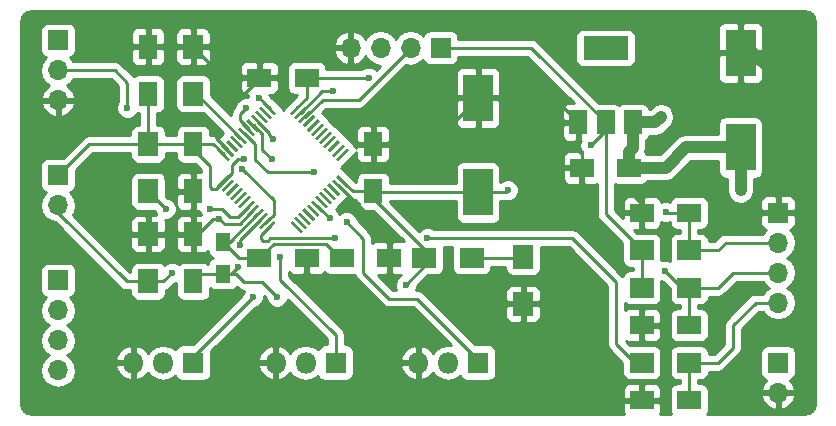
<source format=gbr>
%TF.GenerationSoftware,KiCad,Pcbnew,4.0.7-e2-6376~58~ubuntu17.04.1*%
%TF.CreationDate,2017-10-02T14:32:41+02:00*%
%TF.ProjectId,motion_led_pcb,6D6F74696F6E5F6C65645F7063622E6B,rev?*%
%TF.FileFunction,Copper,L1,Top,Signal*%
%FSLAX46Y46*%
G04 Gerber Fmt 4.6, Leading zero omitted, Abs format (unit mm)*
G04 Created by KiCad (PCBNEW 4.0.7-e2-6376~58~ubuntu17.04.1) date Mon Oct  2 14:32:41 2017*
%MOMM*%
%LPD*%
G01*
G04 APERTURE LIST*
%ADD10C,0.100000*%
%ADD11R,1.600000X2.000000*%
%ADD12R,2.000000X1.600000*%
%ADD13R,2.500000X4.000000*%
%ADD14R,1.700000X2.000000*%
%ADD15R,1.700000X1.700000*%
%ADD16O,1.700000X1.700000*%
%ADD17R,1.300000X1.500000*%
%ADD18R,1.800000X1.800000*%
%ADD19O,1.800000X1.800000*%
%ADD20R,2.000000X1.700000*%
%ADD21R,3.800000X2.000000*%
%ADD22R,1.500000X2.000000*%
%ADD23C,0.600000*%
%ADD24C,0.250000*%
%ADD25C,1.000000*%
%ADD26C,0.254000*%
G04 APERTURE END LIST*
D10*
D11*
X15240000Y23590000D03*
X15240000Y19590000D03*
D12*
X24860000Y29210000D03*
X20860000Y29210000D03*
D11*
X30480000Y19590000D03*
X30480000Y23590000D03*
X15240000Y11970000D03*
X15240000Y15970000D03*
D12*
X20860000Y13970000D03*
X24860000Y13970000D03*
D13*
X61595000Y23305000D03*
X61595000Y31305000D03*
D12*
X52165000Y21590000D03*
X48165000Y21590000D03*
D13*
X39370000Y19495000D03*
X39370000Y27495000D03*
D12*
X57245000Y1905000D03*
X53245000Y1905000D03*
X57245000Y17780000D03*
X53245000Y17780000D03*
X57245000Y8255000D03*
X53245000Y8255000D03*
D14*
X43180000Y10065000D03*
X43180000Y14065000D03*
D15*
X3810000Y12065000D03*
D16*
X3810000Y9525000D03*
X3810000Y6985000D03*
X3810000Y4445000D03*
D15*
X36195000Y31750000D03*
D16*
X33655000Y31750000D03*
X31115000Y31750000D03*
X28575000Y31750000D03*
D15*
X3810000Y32385000D03*
D16*
X3810000Y29845000D03*
X3810000Y27305000D03*
D15*
X64770000Y17780000D03*
D16*
X64770000Y15240000D03*
X64770000Y12700000D03*
X64770000Y10160000D03*
D17*
X17780000Y15320000D03*
X17780000Y12620000D03*
D18*
X39370000Y5080000D03*
D19*
X36830000Y5080000D03*
X34290000Y5080000D03*
D18*
X27305000Y5080000D03*
D19*
X24765000Y5080000D03*
X22225000Y5080000D03*
D18*
X15240000Y5080000D03*
D19*
X12700000Y5080000D03*
X10160000Y5080000D03*
D14*
X11430000Y19590000D03*
X11430000Y23590000D03*
X15240000Y27845000D03*
X15240000Y31845000D03*
D15*
X3810000Y20955000D03*
D16*
X3810000Y18415000D03*
D14*
X11430000Y15970000D03*
X11430000Y11970000D03*
D20*
X57245000Y14605000D03*
X53245000Y14605000D03*
X57245000Y11430000D03*
X53245000Y11430000D03*
X34830000Y13970000D03*
X38830000Y13970000D03*
X53245000Y5080000D03*
X57245000Y5080000D03*
D10*
G36*
X17468311Y19910621D02*
X17291534Y20087398D01*
X18210773Y21006637D01*
X18387550Y20829860D01*
X17468311Y19910621D01*
X17468311Y19910621D01*
G37*
G36*
X17821864Y19557068D02*
X17645087Y19733845D01*
X18564326Y20653084D01*
X18741103Y20476307D01*
X17821864Y19557068D01*
X17821864Y19557068D01*
G37*
G36*
X18175418Y19203514D02*
X17998641Y19380291D01*
X18917880Y20299530D01*
X19094657Y20122753D01*
X18175418Y19203514D01*
X18175418Y19203514D01*
G37*
G36*
X18528971Y18849961D02*
X18352194Y19026738D01*
X19271433Y19945977D01*
X19448210Y19769200D01*
X18528971Y18849961D01*
X18528971Y18849961D01*
G37*
G36*
X18882524Y18496408D02*
X18705747Y18673185D01*
X19624986Y19592424D01*
X19801763Y19415647D01*
X18882524Y18496408D01*
X18882524Y18496408D01*
G37*
G36*
X19236078Y18142854D02*
X19059301Y18319631D01*
X19978540Y19238870D01*
X20155317Y19062093D01*
X19236078Y18142854D01*
X19236078Y18142854D01*
G37*
G36*
X19589631Y17789301D02*
X19412854Y17966078D01*
X20332093Y18885317D01*
X20508870Y18708540D01*
X19589631Y17789301D01*
X19589631Y17789301D01*
G37*
G36*
X19943185Y17435747D02*
X19766408Y17612524D01*
X20685647Y18531763D01*
X20862424Y18354986D01*
X19943185Y17435747D01*
X19943185Y17435747D01*
G37*
G36*
X20296738Y17082194D02*
X20119961Y17258971D01*
X21039200Y18178210D01*
X21215977Y18001433D01*
X20296738Y17082194D01*
X20296738Y17082194D01*
G37*
G36*
X20650291Y16728641D02*
X20473514Y16905418D01*
X21392753Y17824657D01*
X21569530Y17647880D01*
X20650291Y16728641D01*
X20650291Y16728641D01*
G37*
G36*
X21003845Y16375087D02*
X20827068Y16551864D01*
X21746307Y17471103D01*
X21923084Y17294326D01*
X21003845Y16375087D01*
X21003845Y16375087D01*
G37*
G36*
X21357398Y16021534D02*
X21180621Y16198311D01*
X22099860Y17117550D01*
X22276637Y16940773D01*
X21357398Y16021534D01*
X21357398Y16021534D01*
G37*
G36*
X24539379Y16198311D02*
X24362602Y16021534D01*
X23443363Y16940773D01*
X23620140Y17117550D01*
X24539379Y16198311D01*
X24539379Y16198311D01*
G37*
G36*
X24892932Y16551864D02*
X24716155Y16375087D01*
X23796916Y17294326D01*
X23973693Y17471103D01*
X24892932Y16551864D01*
X24892932Y16551864D01*
G37*
G36*
X25246486Y16905418D02*
X25069709Y16728641D01*
X24150470Y17647880D01*
X24327247Y17824657D01*
X25246486Y16905418D01*
X25246486Y16905418D01*
G37*
G36*
X25600039Y17258971D02*
X25423262Y17082194D01*
X24504023Y18001433D01*
X24680800Y18178210D01*
X25600039Y17258971D01*
X25600039Y17258971D01*
G37*
G36*
X25953592Y17612524D02*
X25776815Y17435747D01*
X24857576Y18354986D01*
X25034353Y18531763D01*
X25953592Y17612524D01*
X25953592Y17612524D01*
G37*
G36*
X26307146Y17966078D02*
X26130369Y17789301D01*
X25211130Y18708540D01*
X25387907Y18885317D01*
X26307146Y17966078D01*
X26307146Y17966078D01*
G37*
G36*
X26660699Y18319631D02*
X26483922Y18142854D01*
X25564683Y19062093D01*
X25741460Y19238870D01*
X26660699Y18319631D01*
X26660699Y18319631D01*
G37*
G36*
X27014253Y18673185D02*
X26837476Y18496408D01*
X25918237Y19415647D01*
X26095014Y19592424D01*
X27014253Y18673185D01*
X27014253Y18673185D01*
G37*
G36*
X27367806Y19026738D02*
X27191029Y18849961D01*
X26271790Y19769200D01*
X26448567Y19945977D01*
X27367806Y19026738D01*
X27367806Y19026738D01*
G37*
G36*
X27721359Y19380291D02*
X27544582Y19203514D01*
X26625343Y20122753D01*
X26802120Y20299530D01*
X27721359Y19380291D01*
X27721359Y19380291D01*
G37*
G36*
X28074913Y19733845D02*
X27898136Y19557068D01*
X26978897Y20476307D01*
X27155674Y20653084D01*
X28074913Y19733845D01*
X28074913Y19733845D01*
G37*
G36*
X28428466Y20087398D02*
X28251689Y19910621D01*
X27332450Y20829860D01*
X27509227Y21006637D01*
X28428466Y20087398D01*
X28428466Y20087398D01*
G37*
G36*
X27509227Y22173363D02*
X27332450Y22350140D01*
X28251689Y23269379D01*
X28428466Y23092602D01*
X27509227Y22173363D01*
X27509227Y22173363D01*
G37*
G36*
X27155674Y22526916D02*
X26978897Y22703693D01*
X27898136Y23622932D01*
X28074913Y23446155D01*
X27155674Y22526916D01*
X27155674Y22526916D01*
G37*
G36*
X26802120Y22880470D02*
X26625343Y23057247D01*
X27544582Y23976486D01*
X27721359Y23799709D01*
X26802120Y22880470D01*
X26802120Y22880470D01*
G37*
G36*
X26448567Y23234023D02*
X26271790Y23410800D01*
X27191029Y24330039D01*
X27367806Y24153262D01*
X26448567Y23234023D01*
X26448567Y23234023D01*
G37*
G36*
X26095014Y23587576D02*
X25918237Y23764353D01*
X26837476Y24683592D01*
X27014253Y24506815D01*
X26095014Y23587576D01*
X26095014Y23587576D01*
G37*
G36*
X25741460Y23941130D02*
X25564683Y24117907D01*
X26483922Y25037146D01*
X26660699Y24860369D01*
X25741460Y23941130D01*
X25741460Y23941130D01*
G37*
G36*
X25387907Y24294683D02*
X25211130Y24471460D01*
X26130369Y25390699D01*
X26307146Y25213922D01*
X25387907Y24294683D01*
X25387907Y24294683D01*
G37*
G36*
X25034353Y24648237D02*
X24857576Y24825014D01*
X25776815Y25744253D01*
X25953592Y25567476D01*
X25034353Y24648237D01*
X25034353Y24648237D01*
G37*
G36*
X24680800Y25001790D02*
X24504023Y25178567D01*
X25423262Y26097806D01*
X25600039Y25921029D01*
X24680800Y25001790D01*
X24680800Y25001790D01*
G37*
G36*
X24327247Y25355343D02*
X24150470Y25532120D01*
X25069709Y26451359D01*
X25246486Y26274582D01*
X24327247Y25355343D01*
X24327247Y25355343D01*
G37*
G36*
X23973693Y25708897D02*
X23796916Y25885674D01*
X24716155Y26804913D01*
X24892932Y26628136D01*
X23973693Y25708897D01*
X23973693Y25708897D01*
G37*
G36*
X23620140Y26062450D02*
X23443363Y26239227D01*
X24362602Y27158466D01*
X24539379Y26981689D01*
X23620140Y26062450D01*
X23620140Y26062450D01*
G37*
G36*
X22276637Y26239227D02*
X22099860Y26062450D01*
X21180621Y26981689D01*
X21357398Y27158466D01*
X22276637Y26239227D01*
X22276637Y26239227D01*
G37*
G36*
X21923084Y25885674D02*
X21746307Y25708897D01*
X20827068Y26628136D01*
X21003845Y26804913D01*
X21923084Y25885674D01*
X21923084Y25885674D01*
G37*
G36*
X21569530Y25532120D02*
X21392753Y25355343D01*
X20473514Y26274582D01*
X20650291Y26451359D01*
X21569530Y25532120D01*
X21569530Y25532120D01*
G37*
G36*
X21215977Y25178567D02*
X21039200Y25001790D01*
X20119961Y25921029D01*
X20296738Y26097806D01*
X21215977Y25178567D01*
X21215977Y25178567D01*
G37*
G36*
X20862424Y24825014D02*
X20685647Y24648237D01*
X19766408Y25567476D01*
X19943185Y25744253D01*
X20862424Y24825014D01*
X20862424Y24825014D01*
G37*
G36*
X20508870Y24471460D02*
X20332093Y24294683D01*
X19412854Y25213922D01*
X19589631Y25390699D01*
X20508870Y24471460D01*
X20508870Y24471460D01*
G37*
G36*
X20155317Y24117907D02*
X19978540Y23941130D01*
X19059301Y24860369D01*
X19236078Y25037146D01*
X20155317Y24117907D01*
X20155317Y24117907D01*
G37*
G36*
X19801763Y23764353D02*
X19624986Y23587576D01*
X18705747Y24506815D01*
X18882524Y24683592D01*
X19801763Y23764353D01*
X19801763Y23764353D01*
G37*
G36*
X19448210Y23410800D02*
X19271433Y23234023D01*
X18352194Y24153262D01*
X18528971Y24330039D01*
X19448210Y23410800D01*
X19448210Y23410800D01*
G37*
G36*
X19094657Y23057247D02*
X18917880Y22880470D01*
X17998641Y23799709D01*
X18175418Y23976486D01*
X19094657Y23057247D01*
X19094657Y23057247D01*
G37*
G36*
X18741103Y22703693D02*
X18564326Y22526916D01*
X17645087Y23446155D01*
X17821864Y23622932D01*
X18741103Y22703693D01*
X18741103Y22703693D01*
G37*
G36*
X18387550Y22350140D02*
X18210773Y22173363D01*
X17291534Y23092602D01*
X17468311Y23269379D01*
X18387550Y22350140D01*
X18387550Y22350140D01*
G37*
D21*
X50165000Y31725000D03*
D22*
X50165000Y25425000D03*
X52465000Y25425000D03*
X47865000Y25425000D03*
D15*
X64770000Y5080000D03*
D16*
X64770000Y2540000D03*
D11*
X11430000Y27845000D03*
X11430000Y31845000D03*
D12*
X27845000Y13970000D03*
X31845000Y13970000D03*
D23*
X19558000Y22352000D03*
X19050000Y13208000D03*
X33274000Y11684000D03*
X22352000Y10668000D03*
X30099000Y29210000D03*
X41910000Y19685000D03*
X48895000Y23495000D03*
X17475200Y17272000D03*
X27076400Y28067000D03*
X44932600Y10058400D03*
X55219600Y1879600D03*
X55245000Y8280400D03*
X29210000Y18415000D03*
X19050000Y27305000D03*
X17145000Y24765000D03*
X64135000Y29845000D03*
X47625000Y23495000D03*
X52070000Y19685000D03*
X54864000Y25908000D03*
X61595000Y19685000D03*
X19710400Y26644600D03*
X55270400Y17856200D03*
X25476200Y21209000D03*
X55168800Y12877800D03*
X20802600Y27533600D03*
X19405600Y21513800D03*
X9677400Y26670000D03*
X28244800Y16992600D03*
X22021800Y24003000D03*
X21920200Y22301200D03*
X22631400Y14046200D03*
X26797000Y17297400D03*
X20320000Y10668000D03*
X16713200Y18084800D03*
X12928600Y18110200D03*
X19202400Y15011400D03*
X13462000Y12700000D03*
X35077400Y15621000D03*
X27228800Y15621000D03*
D24*
X17780000Y12620000D02*
X18462000Y12620000D01*
X18542000Y21161087D02*
X17839542Y20458629D01*
X18542000Y21844000D02*
X18542000Y21161087D01*
X19050000Y22352000D02*
X18542000Y21844000D01*
X19558000Y22352000D02*
X19050000Y22352000D01*
X18462000Y12620000D02*
X19050000Y13208000D01*
X17780000Y12620000D02*
X18876000Y12620000D01*
X33274000Y11684000D02*
X34830000Y13240000D01*
X21082000Y11938000D02*
X22352000Y10668000D01*
X19558000Y11938000D02*
X21082000Y11938000D01*
X18876000Y12620000D02*
X19558000Y11938000D01*
X34830000Y13240000D02*
X34830000Y13970000D01*
X36195000Y31750000D02*
X43840000Y31750000D01*
X43840000Y31750000D02*
X50165000Y25425000D01*
X17839542Y20458629D02*
X17839542Y20455742D01*
X17839542Y20455742D02*
X17170400Y19786600D01*
X17170400Y19786600D02*
X16865600Y19786600D01*
X16865600Y19786600D02*
X16662400Y19989800D01*
X16662400Y19989800D02*
X16662400Y21742400D01*
X16662400Y21742400D02*
X15240000Y23164800D01*
X15240000Y23164800D02*
X15240000Y23590000D01*
X24860000Y29210000D02*
X30099000Y29210000D01*
X15240000Y23590000D02*
X11430000Y23590000D01*
X15240000Y23590000D02*
X16970913Y23590000D01*
X16970913Y23590000D02*
X17839542Y22721371D01*
X11430000Y23590000D02*
X11430000Y27845000D01*
X11430000Y23590000D02*
X6445000Y23590000D01*
X6445000Y23590000D02*
X3810000Y20955000D01*
X50165000Y25425000D02*
X50165000Y24765000D01*
X50165000Y24765000D02*
X48895000Y23495000D01*
X41720000Y19495000D02*
X39370000Y19495000D01*
X41910000Y19685000D02*
X41720000Y19495000D01*
X39370000Y19495000D02*
X30575000Y19495000D01*
X30575000Y19495000D02*
X30480000Y19590000D01*
X30480000Y19590000D02*
X30480000Y19050000D01*
X30480000Y19050000D02*
X34830000Y14700000D01*
X34830000Y14700000D02*
X34830000Y13970000D01*
X50165000Y25425000D02*
X50165000Y17685000D01*
X50165000Y17685000D02*
X53245000Y14605000D01*
X53245000Y11430000D02*
X53245000Y14605000D01*
X17780000Y12620000D02*
X15890000Y12620000D01*
X15890000Y12620000D02*
X15240000Y11970000D01*
X30480000Y19590000D02*
X28749087Y19590000D01*
X28749087Y19590000D02*
X27880458Y20458629D01*
X24860000Y29210000D02*
X24860000Y27479087D01*
X24860000Y27479087D02*
X23991371Y26610458D01*
X15240000Y15970000D02*
X15639800Y15970000D01*
X15639800Y15970000D02*
X16941800Y17272000D01*
X17907000Y16840200D02*
X17475200Y17272000D01*
X19177000Y16840200D02*
X17907000Y16840200D01*
X20314416Y17977616D02*
X19177000Y16840200D01*
X16941800Y17272000D02*
X17475200Y17272000D01*
X20314416Y17983755D02*
X20314416Y17977616D01*
X24344924Y26256905D02*
X24351905Y26256905D01*
X24351905Y26256905D02*
X26162000Y28067000D01*
X26162000Y28067000D02*
X27076400Y28067000D01*
X43180000Y10065000D02*
X44926000Y10065000D01*
X44926000Y10065000D02*
X44932600Y10058400D01*
X53245000Y1905000D02*
X55194200Y1905000D01*
X55194200Y1905000D02*
X55219600Y1879600D01*
X53245000Y8255000D02*
X55219600Y8255000D01*
X55219600Y8255000D02*
X55245000Y8280400D01*
X30480000Y23590000D02*
X35465000Y23590000D01*
X35465000Y23590000D02*
X39370000Y27495000D01*
X31845000Y13970000D02*
X31845000Y15780000D01*
X29210000Y18415000D02*
X27526905Y20098095D01*
X31845000Y15780000D02*
X29210000Y18415000D01*
X27526905Y20105076D02*
X27526905Y20098095D01*
X20860000Y29115000D02*
X19050000Y27305000D01*
X17145000Y24130000D02*
X18193095Y23081905D01*
X17145000Y24765000D02*
X17145000Y24130000D01*
X18193095Y23081905D02*
X18193095Y23074924D01*
X20860000Y29210000D02*
X20860000Y29115000D01*
X11430000Y31845000D02*
X15240000Y31845000D01*
X15240000Y31845000D02*
X17875000Y29210000D01*
X17875000Y29210000D02*
X20860000Y29210000D01*
X11430000Y15970000D02*
X15240000Y15970000D01*
X15240000Y15970000D02*
X15240000Y19590000D01*
X39370000Y27495000D02*
X45795000Y27495000D01*
X45795000Y27495000D02*
X47865000Y25425000D01*
D25*
X61595000Y31305000D02*
X62675000Y31305000D01*
X62675000Y31305000D02*
X64135000Y29845000D01*
D24*
X47865000Y25425000D02*
X47865000Y23735000D01*
X48165000Y22955000D02*
X47625000Y23495000D01*
X48165000Y22955000D02*
X48165000Y21590000D01*
X47865000Y23735000D02*
X47625000Y23495000D01*
X53245000Y17780000D02*
X53245000Y18510000D01*
X53245000Y18510000D02*
X52070000Y19685000D01*
X27845000Y13970000D02*
X27686000Y13970000D01*
X27686000Y13970000D02*
X26492200Y15163800D01*
X22053800Y15163800D02*
X20860000Y13970000D01*
X26492200Y15163800D02*
X22053800Y15163800D01*
X27845000Y13970000D02*
X27845000Y13875000D01*
X20860000Y13970000D02*
X19130000Y13970000D01*
X19130000Y13970000D02*
X17780000Y15320000D01*
X17780000Y15320000D02*
X18357767Y15320000D01*
X18357767Y15320000D02*
X20667969Y17630202D01*
D25*
X52465000Y25425000D02*
X54381000Y25425000D01*
X54381000Y25425000D02*
X54864000Y25908000D01*
X61595000Y23305000D02*
X61595000Y19685000D01*
X52165000Y21590000D02*
X52165000Y22955000D01*
X52465000Y23255000D02*
X52465000Y25425000D01*
X52165000Y22955000D02*
X52465000Y23255000D01*
X61595000Y23305000D02*
X56960000Y23305000D01*
X55245000Y21590000D02*
X52165000Y21590000D01*
X56960000Y23305000D02*
X55245000Y21590000D01*
D24*
X52465000Y21890000D02*
X52165000Y21590000D01*
X57245000Y5080000D02*
X59690000Y5080000D01*
X62865000Y10160000D02*
X64770000Y10160000D01*
X60960000Y8255000D02*
X62865000Y10160000D01*
X60960000Y6350000D02*
X60960000Y8255000D01*
X59690000Y5080000D02*
X60960000Y6350000D01*
X57245000Y1905000D02*
X57245000Y5080000D01*
X19960862Y24842691D02*
X19960862Y24844738D01*
X19960862Y24844738D02*
X19202400Y25603200D01*
X19202400Y25603200D02*
X19202400Y26136600D01*
X19202400Y26136600D02*
X19710400Y26644600D01*
X55270400Y17856200D02*
X55346600Y17780000D01*
X55346600Y17780000D02*
X57245000Y17780000D01*
X57245000Y17780000D02*
X57245000Y14605000D01*
X57245000Y14605000D02*
X59690000Y14605000D01*
X60325000Y15240000D02*
X64770000Y15240000D01*
X59690000Y14605000D02*
X60325000Y15240000D01*
X19607309Y24489138D02*
X19607309Y24487091D01*
X19607309Y24487091D02*
X20523200Y23571200D01*
X20523200Y23571200D02*
X20523200Y22275800D01*
X20523200Y22275800D02*
X21590000Y21209000D01*
X21590000Y21209000D02*
X25476200Y21209000D01*
X55168800Y12877800D02*
X56616600Y11430000D01*
X56616600Y11430000D02*
X57245000Y11430000D01*
X57245000Y8255000D02*
X57245000Y11430000D01*
X57245000Y11430000D02*
X59690000Y11430000D01*
X60960000Y12700000D02*
X64770000Y12700000D01*
X59690000Y11430000D02*
X60960000Y12700000D01*
X38830000Y13970000D02*
X43085000Y13970000D01*
X43085000Y13970000D02*
X43180000Y14065000D01*
X24698478Y25903351D02*
X24760351Y25903351D01*
X24760351Y25903351D02*
X26212800Y27355800D01*
X26212800Y27355800D02*
X29260800Y27355800D01*
X29260800Y27355800D02*
X33655000Y31750000D01*
X21728629Y26610458D02*
X21725742Y26610458D01*
X21725742Y26610458D02*
X20802600Y27533600D01*
X3810000Y29845000D02*
X8636000Y29845000D01*
X22072600Y17620619D02*
X21375076Y16923095D01*
X22072600Y18846800D02*
X22072600Y17620619D01*
X19405600Y21513800D02*
X22072600Y18846800D01*
X9677400Y28803600D02*
X9677400Y26670000D01*
X8636000Y29845000D02*
X9677400Y28803600D01*
X39370000Y5080000D02*
X39370000Y5334000D01*
X39370000Y5334000D02*
X34188400Y10515600D01*
X34188400Y10515600D02*
X31826200Y10515600D01*
X31826200Y10515600D02*
X29641800Y12700000D01*
X29641800Y12700000D02*
X29641800Y15595600D01*
X29641800Y15595600D02*
X28244800Y16992600D01*
X22021800Y24003000D02*
X21666200Y24358600D01*
X21666200Y24358600D02*
X21666200Y24551567D01*
X21666200Y24551567D02*
X20667969Y25549798D01*
X20314416Y25196245D02*
X20378553Y25196245D01*
X20378553Y25196245D02*
X21107400Y24467398D01*
X21107400Y24467398D02*
X21107400Y23114000D01*
X21107400Y23114000D02*
X21920200Y22301200D01*
X22631400Y14046200D02*
X22631400Y12115800D01*
X22631400Y12115800D02*
X27305000Y7442200D01*
X27305000Y7442200D02*
X27305000Y5080000D01*
X25759138Y18335262D02*
X26797000Y17297400D01*
X20320000Y10668000D02*
X15240000Y5588000D01*
X15240000Y5588000D02*
X15240000Y5080000D01*
X25759138Y18337309D02*
X25759138Y18335262D01*
X19960862Y18337309D02*
X19960862Y18335262D01*
X19960862Y18335262D02*
X19050000Y17424400D01*
X19050000Y17424400D02*
X18364200Y17424400D01*
X18364200Y17424400D02*
X17703800Y18084800D01*
X17703800Y18084800D02*
X16713200Y18084800D01*
X12928600Y18110200D02*
X11448800Y19590000D01*
X11448800Y19590000D02*
X11430000Y19590000D01*
X15240000Y27845000D02*
X15544339Y27845000D01*
X15544339Y27845000D02*
X19253755Y24135584D01*
X21021522Y17276649D02*
X21010449Y17276649D01*
X21010449Y17276649D02*
X19202400Y15468600D01*
X19202400Y15468600D02*
X19202400Y15011400D01*
X13462000Y12700000D02*
X12732000Y11970000D01*
X12732000Y11970000D02*
X11430000Y11970000D01*
X11430000Y11970000D02*
X9620000Y11970000D01*
X9620000Y11970000D02*
X3810000Y17780000D01*
X3810000Y17780000D02*
X3810000Y18415000D01*
X27228800Y15621000D02*
X22060998Y15621000D01*
X20980400Y15875000D02*
X21674942Y16569542D01*
X20980400Y15570200D02*
X20980400Y15875000D01*
X21158200Y15392400D02*
X20980400Y15570200D01*
X21564600Y15392400D02*
X21158200Y15392400D01*
X21793200Y15621000D02*
X21564600Y15392400D01*
X22060998Y15621000D02*
X21793200Y15621000D01*
X21674942Y16569542D02*
X21728629Y16569542D01*
X52654200Y5080000D02*
X51054000Y6680200D01*
X51054000Y6680200D02*
X51054000Y11912600D01*
X51054000Y11912600D02*
X47345600Y15621000D01*
X47345600Y15621000D02*
X35077400Y15621000D01*
X27228800Y15621000D02*
X27254200Y15646400D01*
X53245000Y5080000D02*
X52654200Y5080000D01*
D26*
G36*
X67362182Y34775186D02*
X67621749Y34601750D01*
X67795188Y34342180D01*
X67870000Y33966073D01*
X67870000Y1593927D01*
X67795188Y1217820D01*
X67621749Y958250D01*
X67362182Y784814D01*
X66986073Y710000D01*
X58743648Y710000D01*
X58841431Y853110D01*
X58892440Y1105000D01*
X58892440Y2183110D01*
X63328524Y2183110D01*
X63498355Y1773076D01*
X63888642Y1344817D01*
X64413108Y1098514D01*
X64643000Y1219181D01*
X64643000Y2413000D01*
X64897000Y2413000D01*
X64897000Y1219181D01*
X65126892Y1098514D01*
X65651358Y1344817D01*
X66041645Y1773076D01*
X66211476Y2183110D01*
X66090155Y2413000D01*
X64897000Y2413000D01*
X64643000Y2413000D01*
X63449845Y2413000D01*
X63328524Y2183110D01*
X58892440Y2183110D01*
X58892440Y2705000D01*
X58848162Y2940317D01*
X58709090Y3156441D01*
X58496890Y3301431D01*
X58245000Y3352440D01*
X58005000Y3352440D01*
X58005000Y3582560D01*
X58245000Y3582560D01*
X58480317Y3626838D01*
X58696441Y3765910D01*
X58841431Y3978110D01*
X58892440Y4230000D01*
X58892440Y4320000D01*
X59690000Y4320000D01*
X59980839Y4377852D01*
X60227401Y4542599D01*
X61497401Y5812599D01*
X61575845Y5930000D01*
X63272560Y5930000D01*
X63272560Y4230000D01*
X63316838Y3994683D01*
X63455910Y3778559D01*
X63668110Y3633569D01*
X63776107Y3611699D01*
X63498355Y3306924D01*
X63328524Y2896890D01*
X63449845Y2667000D01*
X64643000Y2667000D01*
X64643000Y2687000D01*
X64897000Y2687000D01*
X64897000Y2667000D01*
X66090155Y2667000D01*
X66211476Y2896890D01*
X66041645Y3306924D01*
X65765499Y3609937D01*
X65855317Y3626838D01*
X66071441Y3765910D01*
X66216431Y3978110D01*
X66267440Y4230000D01*
X66267440Y5930000D01*
X66223162Y6165317D01*
X66084090Y6381441D01*
X65871890Y6526431D01*
X65620000Y6577440D01*
X63920000Y6577440D01*
X63684683Y6533162D01*
X63468559Y6394090D01*
X63323569Y6181890D01*
X63272560Y5930000D01*
X61575845Y5930000D01*
X61662148Y6059160D01*
X61720000Y6350000D01*
X61720000Y7940198D01*
X63179802Y9400000D01*
X63497046Y9400000D01*
X63690853Y9109946D01*
X64172622Y8788039D01*
X64740907Y8675000D01*
X64799093Y8675000D01*
X65367378Y8788039D01*
X65849147Y9109946D01*
X66171054Y9591715D01*
X66284093Y10160000D01*
X66171054Y10728285D01*
X65849147Y11210054D01*
X65519974Y11430000D01*
X65849147Y11649946D01*
X66171054Y12131715D01*
X66284093Y12700000D01*
X66171054Y13268285D01*
X65849147Y13750054D01*
X65519974Y13970000D01*
X65849147Y14189946D01*
X66171054Y14671715D01*
X66284093Y15240000D01*
X66171054Y15808285D01*
X65849147Y16290054D01*
X65805223Y16319403D01*
X65979698Y16391673D01*
X66158327Y16570301D01*
X66255000Y16803690D01*
X66255000Y17494250D01*
X66096250Y17653000D01*
X64897000Y17653000D01*
X64897000Y17633000D01*
X64643000Y17633000D01*
X64643000Y17653000D01*
X63443750Y17653000D01*
X63285000Y17494250D01*
X63285000Y16803690D01*
X63381673Y16570301D01*
X63560302Y16391673D01*
X63734777Y16319403D01*
X63690853Y16290054D01*
X63497046Y16000000D01*
X60325000Y16000000D01*
X60034161Y15942148D01*
X59787599Y15777401D01*
X59375198Y15365000D01*
X58892440Y15365000D01*
X58892440Y15455000D01*
X58848162Y15690317D01*
X58709090Y15906441D01*
X58496890Y16051431D01*
X58245000Y16102440D01*
X58005000Y16102440D01*
X58005000Y16332560D01*
X58245000Y16332560D01*
X58480317Y16376838D01*
X58696441Y16515910D01*
X58841431Y16728110D01*
X58892440Y16980000D01*
X58892440Y18580000D01*
X58848162Y18815317D01*
X58709090Y19031441D01*
X58496890Y19176431D01*
X58245000Y19227440D01*
X56245000Y19227440D01*
X56009683Y19183162D01*
X55793559Y19044090D01*
X55648569Y18831890D01*
X55626094Y18720906D01*
X55457199Y18791038D01*
X55085233Y18791362D01*
X54879911Y18706525D01*
X54783327Y18939699D01*
X54604698Y19118327D01*
X54371309Y19215000D01*
X53530750Y19215000D01*
X53372000Y19056250D01*
X53372000Y17907000D01*
X53392000Y17907000D01*
X53392000Y17653000D01*
X53372000Y17653000D01*
X53372000Y16503750D01*
X53530750Y16345000D01*
X54371309Y16345000D01*
X54604698Y16441673D01*
X54783327Y16620301D01*
X54880000Y16853690D01*
X54880000Y17005905D01*
X55083601Y16921362D01*
X55455567Y16921038D01*
X55597611Y16979729D01*
X55641838Y16744683D01*
X55780910Y16528559D01*
X55993110Y16383569D01*
X56245000Y16332560D01*
X56485000Y16332560D01*
X56485000Y16102440D01*
X56245000Y16102440D01*
X56009683Y16058162D01*
X55793559Y15919090D01*
X55648569Y15706890D01*
X55597560Y15455000D01*
X55597560Y13755000D01*
X55606303Y13708536D01*
X55355599Y13812638D01*
X54983633Y13812962D01*
X54892440Y13775282D01*
X54892440Y15455000D01*
X54848162Y15690317D01*
X54709090Y15906441D01*
X54496890Y16051431D01*
X54245000Y16102440D01*
X52822362Y16102440D01*
X52579802Y16345000D01*
X52959250Y16345000D01*
X53118000Y16503750D01*
X53118000Y17653000D01*
X51768750Y17653000D01*
X51610000Y17494250D01*
X51610000Y17314802D01*
X50925000Y17999802D01*
X50925000Y18706310D01*
X51610000Y18706310D01*
X51610000Y18065750D01*
X51768750Y17907000D01*
X53118000Y17907000D01*
X53118000Y19056250D01*
X52959250Y19215000D01*
X52118691Y19215000D01*
X51885302Y19118327D01*
X51706673Y18939699D01*
X51610000Y18706310D01*
X50925000Y18706310D01*
X50925000Y20191161D01*
X51165000Y20142560D01*
X53165000Y20142560D01*
X53400317Y20186838D01*
X53616441Y20325910D01*
X53704644Y20455000D01*
X55245000Y20455000D01*
X55679346Y20541397D01*
X56047566Y20787434D01*
X57430132Y22170000D01*
X59697560Y22170000D01*
X59697560Y21305000D01*
X59741838Y21069683D01*
X59880910Y20853559D01*
X60093110Y20708569D01*
X60345000Y20657560D01*
X60460000Y20657560D01*
X60460000Y19685000D01*
X60546397Y19250654D01*
X60792434Y18882434D01*
X61160654Y18636397D01*
X61595000Y18550000D01*
X62029346Y18636397D01*
X62208808Y18756310D01*
X63285000Y18756310D01*
X63285000Y18065750D01*
X63443750Y17907000D01*
X64643000Y17907000D01*
X64643000Y19106250D01*
X64897000Y19106250D01*
X64897000Y17907000D01*
X66096250Y17907000D01*
X66255000Y18065750D01*
X66255000Y18756310D01*
X66158327Y18989699D01*
X65979698Y19168327D01*
X65746309Y19265000D01*
X65055750Y19265000D01*
X64897000Y19106250D01*
X64643000Y19106250D01*
X64484250Y19265000D01*
X63793691Y19265000D01*
X63560302Y19168327D01*
X63381673Y18989699D01*
X63285000Y18756310D01*
X62208808Y18756310D01*
X62397566Y18882434D01*
X62643603Y19250654D01*
X62730000Y19685000D01*
X62730000Y20657560D01*
X62845000Y20657560D01*
X63080317Y20701838D01*
X63296441Y20840910D01*
X63441431Y21053110D01*
X63492440Y21305000D01*
X63492440Y25305000D01*
X63448162Y25540317D01*
X63309090Y25756441D01*
X63096890Y25901431D01*
X62845000Y25952440D01*
X60345000Y25952440D01*
X60109683Y25908162D01*
X59893559Y25769090D01*
X59748569Y25556890D01*
X59697560Y25305000D01*
X59697560Y24440000D01*
X56960000Y24440000D01*
X56525654Y24353603D01*
X56237791Y24161259D01*
X56157434Y24107566D01*
X54774868Y22725000D01*
X53704018Y22725000D01*
X53629090Y22841441D01*
X53531061Y22908421D01*
X53600000Y23255000D01*
X53600000Y23918156D01*
X53666441Y23960910D01*
X53811431Y24173110D01*
X53835102Y24290000D01*
X54381000Y24290000D01*
X54815346Y24376397D01*
X55183566Y24622434D01*
X55666566Y25105434D01*
X55912603Y25473655D01*
X55999000Y25908000D01*
X55912603Y26342345D01*
X55666566Y26710566D01*
X55298345Y26956603D01*
X54864000Y27043000D01*
X54429655Y26956603D01*
X54061434Y26710566D01*
X53910868Y26560000D01*
X53837038Y26560000D01*
X53818162Y26660317D01*
X53679090Y26876441D01*
X53466890Y27021431D01*
X53215000Y27072440D01*
X51715000Y27072440D01*
X51479683Y27028162D01*
X51313523Y26921241D01*
X51166890Y27021431D01*
X50915000Y27072440D01*
X49592362Y27072440D01*
X44377401Y32287401D01*
X44130839Y32452148D01*
X43840000Y32510000D01*
X37692440Y32510000D01*
X37692440Y32600000D01*
X37668920Y32725000D01*
X47617560Y32725000D01*
X47617560Y30725000D01*
X47661838Y30489683D01*
X47800910Y30273559D01*
X48013110Y30128569D01*
X48265000Y30077560D01*
X52065000Y30077560D01*
X52300317Y30121838D01*
X52516441Y30260910D01*
X52661431Y30473110D01*
X52712440Y30725000D01*
X52712440Y31019250D01*
X59710000Y31019250D01*
X59710000Y29178691D01*
X59806673Y28945302D01*
X59985301Y28766673D01*
X60218690Y28670000D01*
X61309250Y28670000D01*
X61468000Y28828750D01*
X61468000Y31178000D01*
X61722000Y31178000D01*
X61722000Y28828750D01*
X61880750Y28670000D01*
X62971310Y28670000D01*
X63204699Y28766673D01*
X63383327Y28945302D01*
X63480000Y29178691D01*
X63480000Y31019250D01*
X63321250Y31178000D01*
X61722000Y31178000D01*
X61468000Y31178000D01*
X59868750Y31178000D01*
X59710000Y31019250D01*
X52712440Y31019250D01*
X52712440Y32725000D01*
X52668162Y32960317D01*
X52529090Y33176441D01*
X52316890Y33321431D01*
X52065000Y33372440D01*
X48265000Y33372440D01*
X48029683Y33328162D01*
X47813559Y33189090D01*
X47668569Y32976890D01*
X47617560Y32725000D01*
X37668920Y32725000D01*
X37648162Y32835317D01*
X37509090Y33051441D01*
X37296890Y33196431D01*
X37045000Y33247440D01*
X35345000Y33247440D01*
X35109683Y33203162D01*
X34893559Y33064090D01*
X34748569Y32851890D01*
X34734914Y32784459D01*
X34705054Y32829147D01*
X34223285Y33151054D01*
X33655000Y33264093D01*
X33086715Y33151054D01*
X32604946Y32829147D01*
X32385000Y32499974D01*
X32165054Y32829147D01*
X31683285Y33151054D01*
X31115000Y33264093D01*
X30546715Y33151054D01*
X30064946Y32829147D01*
X29837298Y32488447D01*
X29770183Y32631358D01*
X29341924Y33021645D01*
X28931890Y33191476D01*
X28702000Y33070155D01*
X28702000Y31877000D01*
X28722000Y31877000D01*
X28722000Y31623000D01*
X28702000Y31623000D01*
X28702000Y30429845D01*
X28931890Y30308524D01*
X29341924Y30478355D01*
X29770183Y30868642D01*
X29837298Y31011553D01*
X30064946Y30670853D01*
X30546715Y30348946D01*
X31074217Y30244019D01*
X30730770Y29900572D01*
X30629327Y30002192D01*
X30285799Y30144838D01*
X29913833Y30145162D01*
X29570057Y30003117D01*
X29536882Y29970000D01*
X26507440Y29970000D01*
X26507440Y30010000D01*
X26463162Y30245317D01*
X26324090Y30461441D01*
X26111890Y30606431D01*
X25860000Y30657440D01*
X23860000Y30657440D01*
X23624683Y30613162D01*
X23408559Y30474090D01*
X23263569Y30261890D01*
X23212560Y30010000D01*
X23212560Y28410000D01*
X23256838Y28174683D01*
X23395910Y27958559D01*
X23608110Y27813569D01*
X23860000Y27762560D01*
X24068671Y27762560D01*
X23957028Y27650917D01*
X23904793Y27616275D01*
X22985554Y26697036D01*
X22858128Y26510542D01*
X22734446Y26697036D01*
X21815207Y27616275D01*
X21750546Y27660456D01*
X21737722Y27673280D01*
X21737762Y27718767D01*
X21714527Y27775000D01*
X21986309Y27775000D01*
X22219698Y27871673D01*
X22398327Y28050301D01*
X22495000Y28283690D01*
X22495000Y28924250D01*
X22336250Y29083000D01*
X20987000Y29083000D01*
X20987000Y29063000D01*
X20733000Y29063000D01*
X20733000Y29083000D01*
X19383750Y29083000D01*
X19225000Y28924250D01*
X19225000Y28283690D01*
X19321673Y28050301D01*
X19500302Y27871673D01*
X19733691Y27775000D01*
X19890434Y27775000D01*
X19867762Y27720399D01*
X19867639Y27579464D01*
X19525233Y27579762D01*
X19181457Y27437717D01*
X18918208Y27174927D01*
X18775562Y26831399D01*
X18775521Y26784523D01*
X18664999Y26674001D01*
X18500252Y26427439D01*
X18442400Y26136600D01*
X18442400Y26021741D01*
X16737440Y27726701D01*
X16737440Y28845000D01*
X16693162Y29080317D01*
X16554090Y29296441D01*
X16341890Y29441431D01*
X16090000Y29492440D01*
X14390000Y29492440D01*
X14154683Y29448162D01*
X13938559Y29309090D01*
X13793569Y29096890D01*
X13742560Y28845000D01*
X13742560Y26845000D01*
X13786838Y26609683D01*
X13925910Y26393559D01*
X14138110Y26248569D01*
X14390000Y26197560D01*
X16090000Y26197560D01*
X16112705Y26201832D01*
X17815392Y24499145D01*
X17717609Y24434295D01*
X17540832Y24257518D01*
X17480151Y24168709D01*
X17462166Y24161259D01*
X17460354Y24159447D01*
X17261752Y24292148D01*
X16970913Y24350000D01*
X16687440Y24350000D01*
X16687440Y24590000D01*
X16643162Y24825317D01*
X16504090Y25041441D01*
X16291890Y25186431D01*
X16040000Y25237440D01*
X14440000Y25237440D01*
X14204683Y25193162D01*
X13988559Y25054090D01*
X13843569Y24841890D01*
X13792560Y24590000D01*
X13792560Y24350000D01*
X12927440Y24350000D01*
X12927440Y24590000D01*
X12883162Y24825317D01*
X12744090Y25041441D01*
X12531890Y25186431D01*
X12280000Y25237440D01*
X12190000Y25237440D01*
X12190000Y26197560D01*
X12230000Y26197560D01*
X12465317Y26241838D01*
X12681441Y26380910D01*
X12826431Y26593110D01*
X12877440Y26845000D01*
X12877440Y28845000D01*
X12833162Y29080317D01*
X12694090Y29296441D01*
X12481890Y29441431D01*
X12230000Y29492440D01*
X10630000Y29492440D01*
X10394683Y29448162D01*
X10218815Y29334994D01*
X10214801Y29341001D01*
X9419492Y30136310D01*
X19225000Y30136310D01*
X19225000Y29495750D01*
X19383750Y29337000D01*
X20733000Y29337000D01*
X20733000Y30486250D01*
X20987000Y30486250D01*
X20987000Y29337000D01*
X22336250Y29337000D01*
X22495000Y29495750D01*
X22495000Y30136310D01*
X22398327Y30369699D01*
X22219698Y30548327D01*
X21986309Y30645000D01*
X21145750Y30645000D01*
X20987000Y30486250D01*
X20733000Y30486250D01*
X20574250Y30645000D01*
X19733691Y30645000D01*
X19500302Y30548327D01*
X19321673Y30369699D01*
X19225000Y30136310D01*
X9419492Y30136310D01*
X9173401Y30382401D01*
X8926839Y30547148D01*
X8636000Y30605000D01*
X5082954Y30605000D01*
X4889147Y30895054D01*
X4847548Y30922850D01*
X4895317Y30931838D01*
X5111441Y31070910D01*
X5256431Y31283110D01*
X5307440Y31535000D01*
X5307440Y31559250D01*
X9995000Y31559250D01*
X9995000Y30718691D01*
X10091673Y30485302D01*
X10270301Y30306673D01*
X10503690Y30210000D01*
X11144250Y30210000D01*
X11303000Y30368750D01*
X11303000Y31718000D01*
X11557000Y31718000D01*
X11557000Y30368750D01*
X11715750Y30210000D01*
X12356310Y30210000D01*
X12589699Y30306673D01*
X12768327Y30485302D01*
X12865000Y30718691D01*
X12865000Y31559250D01*
X13755000Y31559250D01*
X13755000Y30718691D01*
X13851673Y30485302D01*
X14030301Y30306673D01*
X14263690Y30210000D01*
X14954250Y30210000D01*
X15113000Y30368750D01*
X15113000Y31718000D01*
X15367000Y31718000D01*
X15367000Y30368750D01*
X15525750Y30210000D01*
X16216310Y30210000D01*
X16449699Y30306673D01*
X16628327Y30485302D01*
X16725000Y30718691D01*
X16725000Y31393108D01*
X27133514Y31393108D01*
X27379817Y30868642D01*
X27808076Y30478355D01*
X28218110Y30308524D01*
X28448000Y30429845D01*
X28448000Y31623000D01*
X27254181Y31623000D01*
X27133514Y31393108D01*
X16725000Y31393108D01*
X16725000Y31559250D01*
X16566250Y31718000D01*
X15367000Y31718000D01*
X15113000Y31718000D01*
X13913750Y31718000D01*
X13755000Y31559250D01*
X12865000Y31559250D01*
X12706250Y31718000D01*
X11557000Y31718000D01*
X11303000Y31718000D01*
X10153750Y31718000D01*
X9995000Y31559250D01*
X5307440Y31559250D01*
X5307440Y32971309D01*
X9995000Y32971309D01*
X9995000Y32130750D01*
X10153750Y31972000D01*
X11303000Y31972000D01*
X11303000Y33321250D01*
X11557000Y33321250D01*
X11557000Y31972000D01*
X12706250Y31972000D01*
X12865000Y32130750D01*
X12865000Y32971309D01*
X13755000Y32971309D01*
X13755000Y32130750D01*
X13913750Y31972000D01*
X15113000Y31972000D01*
X15113000Y33321250D01*
X15367000Y33321250D01*
X15367000Y31972000D01*
X16566250Y31972000D01*
X16701142Y32106892D01*
X27133514Y32106892D01*
X27254181Y31877000D01*
X28448000Y31877000D01*
X28448000Y33070155D01*
X28218110Y33191476D01*
X27808076Y33021645D01*
X27379817Y32631358D01*
X27133514Y32106892D01*
X16701142Y32106892D01*
X16725000Y32130750D01*
X16725000Y32971309D01*
X16628327Y33204698D01*
X16449699Y33383327D01*
X16333861Y33431309D01*
X59710000Y33431309D01*
X59710000Y31590750D01*
X59868750Y31432000D01*
X61468000Y31432000D01*
X61468000Y33781250D01*
X61722000Y33781250D01*
X61722000Y31432000D01*
X63321250Y31432000D01*
X63480000Y31590750D01*
X63480000Y33431309D01*
X63383327Y33664698D01*
X63204699Y33843327D01*
X62971310Y33940000D01*
X61880750Y33940000D01*
X61722000Y33781250D01*
X61468000Y33781250D01*
X61309250Y33940000D01*
X60218690Y33940000D01*
X59985301Y33843327D01*
X59806673Y33664698D01*
X59710000Y33431309D01*
X16333861Y33431309D01*
X16216310Y33480000D01*
X15525750Y33480000D01*
X15367000Y33321250D01*
X15113000Y33321250D01*
X14954250Y33480000D01*
X14263690Y33480000D01*
X14030301Y33383327D01*
X13851673Y33204698D01*
X13755000Y32971309D01*
X12865000Y32971309D01*
X12768327Y33204698D01*
X12589699Y33383327D01*
X12356310Y33480000D01*
X11715750Y33480000D01*
X11557000Y33321250D01*
X11303000Y33321250D01*
X11144250Y33480000D01*
X10503690Y33480000D01*
X10270301Y33383327D01*
X10091673Y33204698D01*
X9995000Y32971309D01*
X5307440Y32971309D01*
X5307440Y33235000D01*
X5263162Y33470317D01*
X5124090Y33686441D01*
X4911890Y33831431D01*
X4660000Y33882440D01*
X2960000Y33882440D01*
X2724683Y33838162D01*
X2508559Y33699090D01*
X2363569Y33486890D01*
X2312560Y33235000D01*
X2312560Y31535000D01*
X2356838Y31299683D01*
X2495910Y31083559D01*
X2708110Y30938569D01*
X2775541Y30924914D01*
X2730853Y30895054D01*
X2408946Y30413285D01*
X2295907Y29845000D01*
X2408946Y29276715D01*
X2730853Y28794946D01*
X3071553Y28567298D01*
X2928642Y28500183D01*
X2538355Y28071924D01*
X2368524Y27661890D01*
X2489845Y27432000D01*
X3683000Y27432000D01*
X3683000Y27452000D01*
X3937000Y27452000D01*
X3937000Y27432000D01*
X5130155Y27432000D01*
X5251476Y27661890D01*
X5081645Y28071924D01*
X4691358Y28500183D01*
X4548447Y28567298D01*
X4889147Y28794946D01*
X5082954Y29085000D01*
X8321198Y29085000D01*
X8917400Y28488798D01*
X8917400Y27232463D01*
X8885208Y27200327D01*
X8742562Y26856799D01*
X8742238Y26484833D01*
X8884283Y26141057D01*
X9147073Y25877808D01*
X9490601Y25735162D01*
X9862567Y25734838D01*
X10206343Y25876883D01*
X10469592Y26139673D01*
X10504207Y26223034D01*
X10630000Y26197560D01*
X10670000Y26197560D01*
X10670000Y25237440D01*
X10580000Y25237440D01*
X10344683Y25193162D01*
X10128559Y25054090D01*
X9983569Y24841890D01*
X9932560Y24590000D01*
X9932560Y24350000D01*
X6445000Y24350000D01*
X6154161Y24292148D01*
X5907599Y24127401D01*
X4232638Y22452440D01*
X2960000Y22452440D01*
X2724683Y22408162D01*
X2508559Y22269090D01*
X2363569Y22056890D01*
X2312560Y21805000D01*
X2312560Y20105000D01*
X2356838Y19869683D01*
X2495910Y19653559D01*
X2708110Y19508569D01*
X2775541Y19494914D01*
X2730853Y19465054D01*
X2408946Y18983285D01*
X2295907Y18415000D01*
X2408946Y17846715D01*
X2730853Y17364946D01*
X3212622Y17043039D01*
X3536603Y16978595D01*
X9082599Y11432599D01*
X9329161Y11267852D01*
X9620000Y11210000D01*
X9932560Y11210000D01*
X9932560Y10970000D01*
X9976838Y10734683D01*
X10115910Y10518559D01*
X10328110Y10373569D01*
X10580000Y10322560D01*
X12280000Y10322560D01*
X12515317Y10366838D01*
X12731441Y10505910D01*
X12876431Y10718110D01*
X12927440Y10970000D01*
X12927440Y11248876D01*
X13022839Y11267852D01*
X13269401Y11432599D01*
X13601680Y11764878D01*
X13647167Y11764838D01*
X13792560Y11824913D01*
X13792560Y10970000D01*
X13836838Y10734683D01*
X13975910Y10518559D01*
X14188110Y10373569D01*
X14440000Y10322560D01*
X16040000Y10322560D01*
X16275317Y10366838D01*
X16491441Y10505910D01*
X16636431Y10718110D01*
X16687440Y10970000D01*
X16687440Y11403848D01*
X16878110Y11273569D01*
X17130000Y11222560D01*
X18430000Y11222560D01*
X18665317Y11266838D01*
X18881441Y11405910D01*
X18935772Y11485426D01*
X19020599Y11400599D01*
X19267161Y11235852D01*
X19522315Y11185098D01*
X19385162Y10854799D01*
X19385121Y10807923D01*
X15204638Y6627440D01*
X14340000Y6627440D01*
X14104683Y6583162D01*
X13888559Y6444090D01*
X13743569Y6231890D01*
X13740281Y6215656D01*
X13317491Y6498155D01*
X12730072Y6615000D01*
X12669928Y6615000D01*
X12082509Y6498155D01*
X11584519Y6165409D01*
X11425499Y5927418D01*
X11067576Y6317966D01*
X10524742Y6571046D01*
X10287000Y6450997D01*
X10287000Y5207000D01*
X10307000Y5207000D01*
X10307000Y4953000D01*
X10287000Y4953000D01*
X10287000Y3709003D01*
X10524742Y3588954D01*
X11067576Y3842034D01*
X11425499Y4232582D01*
X11584519Y3994591D01*
X12082509Y3661845D01*
X12669928Y3545000D01*
X12730072Y3545000D01*
X13317491Y3661845D01*
X13738026Y3942837D01*
X13875910Y3728559D01*
X14088110Y3583569D01*
X14340000Y3532560D01*
X16140000Y3532560D01*
X16375317Y3576838D01*
X16591441Y3715910D01*
X16736431Y3928110D01*
X16787440Y4180000D01*
X16787440Y4715260D01*
X20733964Y4715260D01*
X20912760Y4283583D01*
X21317424Y3842034D01*
X21860258Y3588954D01*
X22098000Y3709003D01*
X22098000Y4953000D01*
X20854622Y4953000D01*
X20733964Y4715260D01*
X16787440Y4715260D01*
X16787440Y5444740D01*
X20733964Y5444740D01*
X20854622Y5207000D01*
X22098000Y5207000D01*
X22098000Y6450997D01*
X21860258Y6571046D01*
X21317424Y6317966D01*
X20912760Y5876417D01*
X20733964Y5444740D01*
X16787440Y5444740D01*
X16787440Y5980000D01*
X16774670Y6047868D01*
X20459680Y9732878D01*
X20505167Y9732838D01*
X20848943Y9874883D01*
X21112192Y10137673D01*
X21254838Y10481201D01*
X21255020Y10690178D01*
X21416878Y10528320D01*
X21416838Y10482833D01*
X21558883Y10139057D01*
X21821673Y9875808D01*
X22165201Y9733162D01*
X22537167Y9732838D01*
X22880943Y9874883D01*
X23144192Y10137673D01*
X23258776Y10413621D01*
X26545000Y7127397D01*
X26545000Y6627440D01*
X26405000Y6627440D01*
X26169683Y6583162D01*
X25953559Y6444090D01*
X25808569Y6231890D01*
X25805281Y6215656D01*
X25382491Y6498155D01*
X24795072Y6615000D01*
X24734928Y6615000D01*
X24147509Y6498155D01*
X23649519Y6165409D01*
X23490499Y5927418D01*
X23132576Y6317966D01*
X22589742Y6571046D01*
X22352000Y6450997D01*
X22352000Y5207000D01*
X22372000Y5207000D01*
X22372000Y4953000D01*
X22352000Y4953000D01*
X22352000Y3709003D01*
X22589742Y3588954D01*
X23132576Y3842034D01*
X23490499Y4232582D01*
X23649519Y3994591D01*
X24147509Y3661845D01*
X24734928Y3545000D01*
X24795072Y3545000D01*
X25382491Y3661845D01*
X25803026Y3942837D01*
X25940910Y3728559D01*
X26153110Y3583569D01*
X26405000Y3532560D01*
X28205000Y3532560D01*
X28440317Y3576838D01*
X28656441Y3715910D01*
X28801431Y3928110D01*
X28852440Y4180000D01*
X28852440Y4715260D01*
X32798964Y4715260D01*
X32977760Y4283583D01*
X33382424Y3842034D01*
X33925258Y3588954D01*
X34163000Y3709003D01*
X34163000Y4953000D01*
X32919622Y4953000D01*
X32798964Y4715260D01*
X28852440Y4715260D01*
X28852440Y5444740D01*
X32798964Y5444740D01*
X32919622Y5207000D01*
X34163000Y5207000D01*
X34163000Y6450997D01*
X33925258Y6571046D01*
X33382424Y6317966D01*
X32977760Y5876417D01*
X32798964Y5444740D01*
X28852440Y5444740D01*
X28852440Y5980000D01*
X28808162Y6215317D01*
X28669090Y6431441D01*
X28456890Y6576431D01*
X28205000Y6627440D01*
X28065000Y6627440D01*
X28065000Y7442200D01*
X28007148Y7733039D01*
X27842402Y7979601D01*
X23391400Y12430602D01*
X23391400Y12740574D01*
X23500302Y12631673D01*
X23733691Y12535000D01*
X24574250Y12535000D01*
X24733000Y12693750D01*
X24733000Y13843000D01*
X24713000Y13843000D01*
X24713000Y14097000D01*
X24733000Y14097000D01*
X24733000Y14117000D01*
X24987000Y14117000D01*
X24987000Y14097000D01*
X25007000Y14097000D01*
X25007000Y13843000D01*
X24987000Y13843000D01*
X24987000Y12693750D01*
X25145750Y12535000D01*
X25986309Y12535000D01*
X26219698Y12631673D01*
X26351809Y12763783D01*
X26380910Y12718559D01*
X26593110Y12573569D01*
X26845000Y12522560D01*
X28845000Y12522560D01*
X28914494Y12535636D01*
X28939652Y12409161D01*
X29104399Y12162599D01*
X31288799Y9978199D01*
X31535361Y9813452D01*
X31826200Y9755600D01*
X33873598Y9755600D01*
X37052468Y6576730D01*
X36860072Y6615000D01*
X36799928Y6615000D01*
X36212509Y6498155D01*
X35714519Y6165409D01*
X35555499Y5927418D01*
X35197576Y6317966D01*
X34654742Y6571046D01*
X34417000Y6450997D01*
X34417000Y5207000D01*
X34437000Y5207000D01*
X34437000Y4953000D01*
X34417000Y4953000D01*
X34417000Y3709003D01*
X34654742Y3588954D01*
X35197576Y3842034D01*
X35555499Y4232582D01*
X35714519Y3994591D01*
X36212509Y3661845D01*
X36799928Y3545000D01*
X36860072Y3545000D01*
X37447491Y3661845D01*
X37868026Y3942837D01*
X38005910Y3728559D01*
X38218110Y3583569D01*
X38470000Y3532560D01*
X40270000Y3532560D01*
X40505317Y3576838D01*
X40721441Y3715910D01*
X40866431Y3928110D01*
X40917440Y4180000D01*
X40917440Y5980000D01*
X40873162Y6215317D01*
X40734090Y6431441D01*
X40521890Y6576431D01*
X40270000Y6627440D01*
X39151362Y6627440D01*
X35999552Y9779250D01*
X41695000Y9779250D01*
X41695000Y8938691D01*
X41791673Y8705302D01*
X41970301Y8526673D01*
X42203690Y8430000D01*
X42894250Y8430000D01*
X43053000Y8588750D01*
X43053000Y9938000D01*
X43307000Y9938000D01*
X43307000Y8588750D01*
X43465750Y8430000D01*
X44156310Y8430000D01*
X44389699Y8526673D01*
X44568327Y8705302D01*
X44665000Y8938691D01*
X44665000Y9779250D01*
X44506250Y9938000D01*
X43307000Y9938000D01*
X43053000Y9938000D01*
X41853750Y9938000D01*
X41695000Y9779250D01*
X35999552Y9779250D01*
X34725801Y11053001D01*
X34518808Y11191309D01*
X41695000Y11191309D01*
X41695000Y10350750D01*
X41853750Y10192000D01*
X43053000Y10192000D01*
X43053000Y11541250D01*
X43307000Y11541250D01*
X43307000Y10192000D01*
X44506250Y10192000D01*
X44665000Y10350750D01*
X44665000Y11191309D01*
X44568327Y11424698D01*
X44389699Y11603327D01*
X44156310Y11700000D01*
X43465750Y11700000D01*
X43307000Y11541250D01*
X43053000Y11541250D01*
X42894250Y11700000D01*
X42203690Y11700000D01*
X41970301Y11603327D01*
X41791673Y11424698D01*
X41695000Y11191309D01*
X34518808Y11191309D01*
X34479239Y11217748D01*
X34188400Y11275600D01*
X34116821Y11275600D01*
X34208838Y11497201D01*
X34208879Y11544077D01*
X35137362Y12472560D01*
X35830000Y12472560D01*
X36065317Y12516838D01*
X36281441Y12655910D01*
X36426431Y12868110D01*
X36477440Y13120000D01*
X36477440Y14820000D01*
X36469725Y14861000D01*
X37190863Y14861000D01*
X37182560Y14820000D01*
X37182560Y13120000D01*
X37226838Y12884683D01*
X37365910Y12668559D01*
X37578110Y12523569D01*
X37830000Y12472560D01*
X39830000Y12472560D01*
X40065317Y12516838D01*
X40281441Y12655910D01*
X40426431Y12868110D01*
X40477440Y13120000D01*
X40477440Y13210000D01*
X41682560Y13210000D01*
X41682560Y13065000D01*
X41726838Y12829683D01*
X41865910Y12613559D01*
X42078110Y12468569D01*
X42330000Y12417560D01*
X44030000Y12417560D01*
X44265317Y12461838D01*
X44481441Y12600910D01*
X44626431Y12813110D01*
X44677440Y13065000D01*
X44677440Y14861000D01*
X47030798Y14861000D01*
X50294000Y11597798D01*
X50294000Y6680200D01*
X50351852Y6389361D01*
X50516599Y6142799D01*
X51597560Y5061838D01*
X51597560Y4230000D01*
X51641838Y3994683D01*
X51780910Y3778559D01*
X51993110Y3633569D01*
X52245000Y3582560D01*
X54245000Y3582560D01*
X54480317Y3626838D01*
X54696441Y3765910D01*
X54841431Y3978110D01*
X54892440Y4230000D01*
X54892440Y5930000D01*
X54848162Y6165317D01*
X54709090Y6381441D01*
X54496890Y6526431D01*
X54245000Y6577440D01*
X52245000Y6577440D01*
X52233690Y6575312D01*
X51897298Y6911704D01*
X52118691Y6820000D01*
X52959250Y6820000D01*
X53118000Y6978750D01*
X53118000Y8128000D01*
X53372000Y8128000D01*
X53372000Y6978750D01*
X53530750Y6820000D01*
X54371309Y6820000D01*
X54604698Y6916673D01*
X54783327Y7095301D01*
X54880000Y7328690D01*
X54880000Y7969250D01*
X54721250Y8128000D01*
X53372000Y8128000D01*
X53118000Y8128000D01*
X53098000Y8128000D01*
X53098000Y8382000D01*
X53118000Y8382000D01*
X53118000Y9531250D01*
X53372000Y9531250D01*
X53372000Y8382000D01*
X54721250Y8382000D01*
X54880000Y8540750D01*
X54880000Y9181310D01*
X54783327Y9414699D01*
X54604698Y9593327D01*
X54371309Y9690000D01*
X53530750Y9690000D01*
X53372000Y9531250D01*
X53118000Y9531250D01*
X52959250Y9690000D01*
X52118691Y9690000D01*
X51885302Y9593327D01*
X51814000Y9522025D01*
X51814000Y10105950D01*
X51993110Y9983569D01*
X52245000Y9932560D01*
X54245000Y9932560D01*
X54480317Y9976838D01*
X54696441Y10115910D01*
X54841431Y10328110D01*
X54892440Y10580000D01*
X54892440Y11980151D01*
X54982001Y11942962D01*
X55028877Y11942921D01*
X55597560Y11374238D01*
X55597560Y10580000D01*
X55641838Y10344683D01*
X55780910Y10128559D01*
X55993110Y9983569D01*
X56245000Y9932560D01*
X56485000Y9932560D01*
X56485000Y9702440D01*
X56245000Y9702440D01*
X56009683Y9658162D01*
X55793559Y9519090D01*
X55648569Y9306890D01*
X55597560Y9055000D01*
X55597560Y7455000D01*
X55641838Y7219683D01*
X55780910Y7003559D01*
X55993110Y6858569D01*
X56245000Y6807560D01*
X58245000Y6807560D01*
X58480317Y6851838D01*
X58696441Y6990910D01*
X58841431Y7203110D01*
X58892440Y7455000D01*
X58892440Y9055000D01*
X58848162Y9290317D01*
X58709090Y9506441D01*
X58496890Y9651431D01*
X58245000Y9702440D01*
X58005000Y9702440D01*
X58005000Y9932560D01*
X58245000Y9932560D01*
X58480317Y9976838D01*
X58696441Y10115910D01*
X58841431Y10328110D01*
X58892440Y10580000D01*
X58892440Y10670000D01*
X59690000Y10670000D01*
X59980839Y10727852D01*
X60227401Y10892599D01*
X61274802Y11940000D01*
X63497046Y11940000D01*
X63690853Y11649946D01*
X64020026Y11430000D01*
X63690853Y11210054D01*
X63497046Y10920000D01*
X62865000Y10920000D01*
X62574161Y10862148D01*
X62327599Y10697401D01*
X60422599Y8792401D01*
X60257852Y8545839D01*
X60200000Y8255000D01*
X60200000Y6664802D01*
X59375198Y5840000D01*
X58892440Y5840000D01*
X58892440Y5930000D01*
X58848162Y6165317D01*
X58709090Y6381441D01*
X58496890Y6526431D01*
X58245000Y6577440D01*
X56245000Y6577440D01*
X56009683Y6533162D01*
X55793559Y6394090D01*
X55648569Y6181890D01*
X55597560Y5930000D01*
X55597560Y4230000D01*
X55641838Y3994683D01*
X55780910Y3778559D01*
X55993110Y3633569D01*
X56245000Y3582560D01*
X56485000Y3582560D01*
X56485000Y3352440D01*
X56245000Y3352440D01*
X56009683Y3308162D01*
X55793559Y3169090D01*
X55648569Y2956890D01*
X55597560Y2705000D01*
X55597560Y1105000D01*
X55641838Y869683D01*
X55744591Y710000D01*
X54748026Y710000D01*
X54783327Y745301D01*
X54880000Y978690D01*
X54880000Y1619250D01*
X54721250Y1778000D01*
X53372000Y1778000D01*
X53372000Y1758000D01*
X53118000Y1758000D01*
X53118000Y1778000D01*
X51768750Y1778000D01*
X51610000Y1619250D01*
X51610000Y978690D01*
X51706673Y745301D01*
X51741974Y710000D01*
X1593927Y710000D01*
X1217820Y784812D01*
X958250Y958251D01*
X784814Y1217818D01*
X710000Y1593927D01*
X710000Y2831310D01*
X51610000Y2831310D01*
X51610000Y2190750D01*
X51768750Y2032000D01*
X53118000Y2032000D01*
X53118000Y3181250D01*
X53372000Y3181250D01*
X53372000Y2032000D01*
X54721250Y2032000D01*
X54880000Y2190750D01*
X54880000Y2831310D01*
X54783327Y3064699D01*
X54604698Y3243327D01*
X54371309Y3340000D01*
X53530750Y3340000D01*
X53372000Y3181250D01*
X53118000Y3181250D01*
X52959250Y3340000D01*
X52118691Y3340000D01*
X51885302Y3243327D01*
X51706673Y3064699D01*
X51610000Y2831310D01*
X710000Y2831310D01*
X710000Y9525000D01*
X2295907Y9525000D01*
X2408946Y8956715D01*
X2730853Y8474946D01*
X3060026Y8255000D01*
X2730853Y8035054D01*
X2408946Y7553285D01*
X2295907Y6985000D01*
X2408946Y6416715D01*
X2730853Y5934946D01*
X3060026Y5715000D01*
X2730853Y5495054D01*
X2408946Y5013285D01*
X2295907Y4445000D01*
X2408946Y3876715D01*
X2730853Y3394946D01*
X3212622Y3073039D01*
X3780907Y2960000D01*
X3839093Y2960000D01*
X4407378Y3073039D01*
X4889147Y3394946D01*
X5211054Y3876715D01*
X5324093Y4445000D01*
X5270335Y4715260D01*
X8668964Y4715260D01*
X8847760Y4283583D01*
X9252424Y3842034D01*
X9795258Y3588954D01*
X10033000Y3709003D01*
X10033000Y4953000D01*
X8789622Y4953000D01*
X8668964Y4715260D01*
X5270335Y4715260D01*
X5211054Y5013285D01*
X4922766Y5444740D01*
X8668964Y5444740D01*
X8789622Y5207000D01*
X10033000Y5207000D01*
X10033000Y6450997D01*
X9795258Y6571046D01*
X9252424Y6317966D01*
X8847760Y5876417D01*
X8668964Y5444740D01*
X4922766Y5444740D01*
X4889147Y5495054D01*
X4559974Y5715000D01*
X4889147Y5934946D01*
X5211054Y6416715D01*
X5324093Y6985000D01*
X5211054Y7553285D01*
X4889147Y8035054D01*
X4559974Y8255000D01*
X4889147Y8474946D01*
X5211054Y8956715D01*
X5324093Y9525000D01*
X5211054Y10093285D01*
X4889147Y10575054D01*
X4847548Y10602850D01*
X4895317Y10611838D01*
X5111441Y10750910D01*
X5256431Y10963110D01*
X5307440Y11215000D01*
X5307440Y12915000D01*
X5263162Y13150317D01*
X5124090Y13366441D01*
X4911890Y13511431D01*
X4660000Y13562440D01*
X2960000Y13562440D01*
X2724683Y13518162D01*
X2508559Y13379090D01*
X2363569Y13166890D01*
X2312560Y12915000D01*
X2312560Y11215000D01*
X2356838Y10979683D01*
X2495910Y10763559D01*
X2708110Y10618569D01*
X2775541Y10604914D01*
X2730853Y10575054D01*
X2408946Y10093285D01*
X2295907Y9525000D01*
X710000Y9525000D01*
X710000Y26948110D01*
X2368524Y26948110D01*
X2538355Y26538076D01*
X2928642Y26109817D01*
X3453108Y25863514D01*
X3683000Y25984181D01*
X3683000Y27178000D01*
X3937000Y27178000D01*
X3937000Y25984181D01*
X4166892Y25863514D01*
X4691358Y26109817D01*
X5081645Y26538076D01*
X5251476Y26948110D01*
X5130155Y27178000D01*
X3937000Y27178000D01*
X3683000Y27178000D01*
X2489845Y27178000D01*
X2368524Y26948110D01*
X710000Y26948110D01*
X710000Y33966073D01*
X784814Y34342182D01*
X958250Y34601749D01*
X1217820Y34775188D01*
X1593927Y34850000D01*
X66986073Y34850000D01*
X67362182Y34775186D01*
X67362182Y34775186D01*
G37*
X67362182Y34775186D02*
X67621749Y34601750D01*
X67795188Y34342180D01*
X67870000Y33966073D01*
X67870000Y1593927D01*
X67795188Y1217820D01*
X67621749Y958250D01*
X67362182Y784814D01*
X66986073Y710000D01*
X58743648Y710000D01*
X58841431Y853110D01*
X58892440Y1105000D01*
X58892440Y2183110D01*
X63328524Y2183110D01*
X63498355Y1773076D01*
X63888642Y1344817D01*
X64413108Y1098514D01*
X64643000Y1219181D01*
X64643000Y2413000D01*
X64897000Y2413000D01*
X64897000Y1219181D01*
X65126892Y1098514D01*
X65651358Y1344817D01*
X66041645Y1773076D01*
X66211476Y2183110D01*
X66090155Y2413000D01*
X64897000Y2413000D01*
X64643000Y2413000D01*
X63449845Y2413000D01*
X63328524Y2183110D01*
X58892440Y2183110D01*
X58892440Y2705000D01*
X58848162Y2940317D01*
X58709090Y3156441D01*
X58496890Y3301431D01*
X58245000Y3352440D01*
X58005000Y3352440D01*
X58005000Y3582560D01*
X58245000Y3582560D01*
X58480317Y3626838D01*
X58696441Y3765910D01*
X58841431Y3978110D01*
X58892440Y4230000D01*
X58892440Y4320000D01*
X59690000Y4320000D01*
X59980839Y4377852D01*
X60227401Y4542599D01*
X61497401Y5812599D01*
X61575845Y5930000D01*
X63272560Y5930000D01*
X63272560Y4230000D01*
X63316838Y3994683D01*
X63455910Y3778559D01*
X63668110Y3633569D01*
X63776107Y3611699D01*
X63498355Y3306924D01*
X63328524Y2896890D01*
X63449845Y2667000D01*
X64643000Y2667000D01*
X64643000Y2687000D01*
X64897000Y2687000D01*
X64897000Y2667000D01*
X66090155Y2667000D01*
X66211476Y2896890D01*
X66041645Y3306924D01*
X65765499Y3609937D01*
X65855317Y3626838D01*
X66071441Y3765910D01*
X66216431Y3978110D01*
X66267440Y4230000D01*
X66267440Y5930000D01*
X66223162Y6165317D01*
X66084090Y6381441D01*
X65871890Y6526431D01*
X65620000Y6577440D01*
X63920000Y6577440D01*
X63684683Y6533162D01*
X63468559Y6394090D01*
X63323569Y6181890D01*
X63272560Y5930000D01*
X61575845Y5930000D01*
X61662148Y6059160D01*
X61720000Y6350000D01*
X61720000Y7940198D01*
X63179802Y9400000D01*
X63497046Y9400000D01*
X63690853Y9109946D01*
X64172622Y8788039D01*
X64740907Y8675000D01*
X64799093Y8675000D01*
X65367378Y8788039D01*
X65849147Y9109946D01*
X66171054Y9591715D01*
X66284093Y10160000D01*
X66171054Y10728285D01*
X65849147Y11210054D01*
X65519974Y11430000D01*
X65849147Y11649946D01*
X66171054Y12131715D01*
X66284093Y12700000D01*
X66171054Y13268285D01*
X65849147Y13750054D01*
X65519974Y13970000D01*
X65849147Y14189946D01*
X66171054Y14671715D01*
X66284093Y15240000D01*
X66171054Y15808285D01*
X65849147Y16290054D01*
X65805223Y16319403D01*
X65979698Y16391673D01*
X66158327Y16570301D01*
X66255000Y16803690D01*
X66255000Y17494250D01*
X66096250Y17653000D01*
X64897000Y17653000D01*
X64897000Y17633000D01*
X64643000Y17633000D01*
X64643000Y17653000D01*
X63443750Y17653000D01*
X63285000Y17494250D01*
X63285000Y16803690D01*
X63381673Y16570301D01*
X63560302Y16391673D01*
X63734777Y16319403D01*
X63690853Y16290054D01*
X63497046Y16000000D01*
X60325000Y16000000D01*
X60034161Y15942148D01*
X59787599Y15777401D01*
X59375198Y15365000D01*
X58892440Y15365000D01*
X58892440Y15455000D01*
X58848162Y15690317D01*
X58709090Y15906441D01*
X58496890Y16051431D01*
X58245000Y16102440D01*
X58005000Y16102440D01*
X58005000Y16332560D01*
X58245000Y16332560D01*
X58480317Y16376838D01*
X58696441Y16515910D01*
X58841431Y16728110D01*
X58892440Y16980000D01*
X58892440Y18580000D01*
X58848162Y18815317D01*
X58709090Y19031441D01*
X58496890Y19176431D01*
X58245000Y19227440D01*
X56245000Y19227440D01*
X56009683Y19183162D01*
X55793559Y19044090D01*
X55648569Y18831890D01*
X55626094Y18720906D01*
X55457199Y18791038D01*
X55085233Y18791362D01*
X54879911Y18706525D01*
X54783327Y18939699D01*
X54604698Y19118327D01*
X54371309Y19215000D01*
X53530750Y19215000D01*
X53372000Y19056250D01*
X53372000Y17907000D01*
X53392000Y17907000D01*
X53392000Y17653000D01*
X53372000Y17653000D01*
X53372000Y16503750D01*
X53530750Y16345000D01*
X54371309Y16345000D01*
X54604698Y16441673D01*
X54783327Y16620301D01*
X54880000Y16853690D01*
X54880000Y17005905D01*
X55083601Y16921362D01*
X55455567Y16921038D01*
X55597611Y16979729D01*
X55641838Y16744683D01*
X55780910Y16528559D01*
X55993110Y16383569D01*
X56245000Y16332560D01*
X56485000Y16332560D01*
X56485000Y16102440D01*
X56245000Y16102440D01*
X56009683Y16058162D01*
X55793559Y15919090D01*
X55648569Y15706890D01*
X55597560Y15455000D01*
X55597560Y13755000D01*
X55606303Y13708536D01*
X55355599Y13812638D01*
X54983633Y13812962D01*
X54892440Y13775282D01*
X54892440Y15455000D01*
X54848162Y15690317D01*
X54709090Y15906441D01*
X54496890Y16051431D01*
X54245000Y16102440D01*
X52822362Y16102440D01*
X52579802Y16345000D01*
X52959250Y16345000D01*
X53118000Y16503750D01*
X53118000Y17653000D01*
X51768750Y17653000D01*
X51610000Y17494250D01*
X51610000Y17314802D01*
X50925000Y17999802D01*
X50925000Y18706310D01*
X51610000Y18706310D01*
X51610000Y18065750D01*
X51768750Y17907000D01*
X53118000Y17907000D01*
X53118000Y19056250D01*
X52959250Y19215000D01*
X52118691Y19215000D01*
X51885302Y19118327D01*
X51706673Y18939699D01*
X51610000Y18706310D01*
X50925000Y18706310D01*
X50925000Y20191161D01*
X51165000Y20142560D01*
X53165000Y20142560D01*
X53400317Y20186838D01*
X53616441Y20325910D01*
X53704644Y20455000D01*
X55245000Y20455000D01*
X55679346Y20541397D01*
X56047566Y20787434D01*
X57430132Y22170000D01*
X59697560Y22170000D01*
X59697560Y21305000D01*
X59741838Y21069683D01*
X59880910Y20853559D01*
X60093110Y20708569D01*
X60345000Y20657560D01*
X60460000Y20657560D01*
X60460000Y19685000D01*
X60546397Y19250654D01*
X60792434Y18882434D01*
X61160654Y18636397D01*
X61595000Y18550000D01*
X62029346Y18636397D01*
X62208808Y18756310D01*
X63285000Y18756310D01*
X63285000Y18065750D01*
X63443750Y17907000D01*
X64643000Y17907000D01*
X64643000Y19106250D01*
X64897000Y19106250D01*
X64897000Y17907000D01*
X66096250Y17907000D01*
X66255000Y18065750D01*
X66255000Y18756310D01*
X66158327Y18989699D01*
X65979698Y19168327D01*
X65746309Y19265000D01*
X65055750Y19265000D01*
X64897000Y19106250D01*
X64643000Y19106250D01*
X64484250Y19265000D01*
X63793691Y19265000D01*
X63560302Y19168327D01*
X63381673Y18989699D01*
X63285000Y18756310D01*
X62208808Y18756310D01*
X62397566Y18882434D01*
X62643603Y19250654D01*
X62730000Y19685000D01*
X62730000Y20657560D01*
X62845000Y20657560D01*
X63080317Y20701838D01*
X63296441Y20840910D01*
X63441431Y21053110D01*
X63492440Y21305000D01*
X63492440Y25305000D01*
X63448162Y25540317D01*
X63309090Y25756441D01*
X63096890Y25901431D01*
X62845000Y25952440D01*
X60345000Y25952440D01*
X60109683Y25908162D01*
X59893559Y25769090D01*
X59748569Y25556890D01*
X59697560Y25305000D01*
X59697560Y24440000D01*
X56960000Y24440000D01*
X56525654Y24353603D01*
X56237791Y24161259D01*
X56157434Y24107566D01*
X54774868Y22725000D01*
X53704018Y22725000D01*
X53629090Y22841441D01*
X53531061Y22908421D01*
X53600000Y23255000D01*
X53600000Y23918156D01*
X53666441Y23960910D01*
X53811431Y24173110D01*
X53835102Y24290000D01*
X54381000Y24290000D01*
X54815346Y24376397D01*
X55183566Y24622434D01*
X55666566Y25105434D01*
X55912603Y25473655D01*
X55999000Y25908000D01*
X55912603Y26342345D01*
X55666566Y26710566D01*
X55298345Y26956603D01*
X54864000Y27043000D01*
X54429655Y26956603D01*
X54061434Y26710566D01*
X53910868Y26560000D01*
X53837038Y26560000D01*
X53818162Y26660317D01*
X53679090Y26876441D01*
X53466890Y27021431D01*
X53215000Y27072440D01*
X51715000Y27072440D01*
X51479683Y27028162D01*
X51313523Y26921241D01*
X51166890Y27021431D01*
X50915000Y27072440D01*
X49592362Y27072440D01*
X44377401Y32287401D01*
X44130839Y32452148D01*
X43840000Y32510000D01*
X37692440Y32510000D01*
X37692440Y32600000D01*
X37668920Y32725000D01*
X47617560Y32725000D01*
X47617560Y30725000D01*
X47661838Y30489683D01*
X47800910Y30273559D01*
X48013110Y30128569D01*
X48265000Y30077560D01*
X52065000Y30077560D01*
X52300317Y30121838D01*
X52516441Y30260910D01*
X52661431Y30473110D01*
X52712440Y30725000D01*
X52712440Y31019250D01*
X59710000Y31019250D01*
X59710000Y29178691D01*
X59806673Y28945302D01*
X59985301Y28766673D01*
X60218690Y28670000D01*
X61309250Y28670000D01*
X61468000Y28828750D01*
X61468000Y31178000D01*
X61722000Y31178000D01*
X61722000Y28828750D01*
X61880750Y28670000D01*
X62971310Y28670000D01*
X63204699Y28766673D01*
X63383327Y28945302D01*
X63480000Y29178691D01*
X63480000Y31019250D01*
X63321250Y31178000D01*
X61722000Y31178000D01*
X61468000Y31178000D01*
X59868750Y31178000D01*
X59710000Y31019250D01*
X52712440Y31019250D01*
X52712440Y32725000D01*
X52668162Y32960317D01*
X52529090Y33176441D01*
X52316890Y33321431D01*
X52065000Y33372440D01*
X48265000Y33372440D01*
X48029683Y33328162D01*
X47813559Y33189090D01*
X47668569Y32976890D01*
X47617560Y32725000D01*
X37668920Y32725000D01*
X37648162Y32835317D01*
X37509090Y33051441D01*
X37296890Y33196431D01*
X37045000Y33247440D01*
X35345000Y33247440D01*
X35109683Y33203162D01*
X34893559Y33064090D01*
X34748569Y32851890D01*
X34734914Y32784459D01*
X34705054Y32829147D01*
X34223285Y33151054D01*
X33655000Y33264093D01*
X33086715Y33151054D01*
X32604946Y32829147D01*
X32385000Y32499974D01*
X32165054Y32829147D01*
X31683285Y33151054D01*
X31115000Y33264093D01*
X30546715Y33151054D01*
X30064946Y32829147D01*
X29837298Y32488447D01*
X29770183Y32631358D01*
X29341924Y33021645D01*
X28931890Y33191476D01*
X28702000Y33070155D01*
X28702000Y31877000D01*
X28722000Y31877000D01*
X28722000Y31623000D01*
X28702000Y31623000D01*
X28702000Y30429845D01*
X28931890Y30308524D01*
X29341924Y30478355D01*
X29770183Y30868642D01*
X29837298Y31011553D01*
X30064946Y30670853D01*
X30546715Y30348946D01*
X31074217Y30244019D01*
X30730770Y29900572D01*
X30629327Y30002192D01*
X30285799Y30144838D01*
X29913833Y30145162D01*
X29570057Y30003117D01*
X29536882Y29970000D01*
X26507440Y29970000D01*
X26507440Y30010000D01*
X26463162Y30245317D01*
X26324090Y30461441D01*
X26111890Y30606431D01*
X25860000Y30657440D01*
X23860000Y30657440D01*
X23624683Y30613162D01*
X23408559Y30474090D01*
X23263569Y30261890D01*
X23212560Y30010000D01*
X23212560Y28410000D01*
X23256838Y28174683D01*
X23395910Y27958559D01*
X23608110Y27813569D01*
X23860000Y27762560D01*
X24068671Y27762560D01*
X23957028Y27650917D01*
X23904793Y27616275D01*
X22985554Y26697036D01*
X22858128Y26510542D01*
X22734446Y26697036D01*
X21815207Y27616275D01*
X21750546Y27660456D01*
X21737722Y27673280D01*
X21737762Y27718767D01*
X21714527Y27775000D01*
X21986309Y27775000D01*
X22219698Y27871673D01*
X22398327Y28050301D01*
X22495000Y28283690D01*
X22495000Y28924250D01*
X22336250Y29083000D01*
X20987000Y29083000D01*
X20987000Y29063000D01*
X20733000Y29063000D01*
X20733000Y29083000D01*
X19383750Y29083000D01*
X19225000Y28924250D01*
X19225000Y28283690D01*
X19321673Y28050301D01*
X19500302Y27871673D01*
X19733691Y27775000D01*
X19890434Y27775000D01*
X19867762Y27720399D01*
X19867639Y27579464D01*
X19525233Y27579762D01*
X19181457Y27437717D01*
X18918208Y27174927D01*
X18775562Y26831399D01*
X18775521Y26784523D01*
X18664999Y26674001D01*
X18500252Y26427439D01*
X18442400Y26136600D01*
X18442400Y26021741D01*
X16737440Y27726701D01*
X16737440Y28845000D01*
X16693162Y29080317D01*
X16554090Y29296441D01*
X16341890Y29441431D01*
X16090000Y29492440D01*
X14390000Y29492440D01*
X14154683Y29448162D01*
X13938559Y29309090D01*
X13793569Y29096890D01*
X13742560Y28845000D01*
X13742560Y26845000D01*
X13786838Y26609683D01*
X13925910Y26393559D01*
X14138110Y26248569D01*
X14390000Y26197560D01*
X16090000Y26197560D01*
X16112705Y26201832D01*
X17815392Y24499145D01*
X17717609Y24434295D01*
X17540832Y24257518D01*
X17480151Y24168709D01*
X17462166Y24161259D01*
X17460354Y24159447D01*
X17261752Y24292148D01*
X16970913Y24350000D01*
X16687440Y24350000D01*
X16687440Y24590000D01*
X16643162Y24825317D01*
X16504090Y25041441D01*
X16291890Y25186431D01*
X16040000Y25237440D01*
X14440000Y25237440D01*
X14204683Y25193162D01*
X13988559Y25054090D01*
X13843569Y24841890D01*
X13792560Y24590000D01*
X13792560Y24350000D01*
X12927440Y24350000D01*
X12927440Y24590000D01*
X12883162Y24825317D01*
X12744090Y25041441D01*
X12531890Y25186431D01*
X12280000Y25237440D01*
X12190000Y25237440D01*
X12190000Y26197560D01*
X12230000Y26197560D01*
X12465317Y26241838D01*
X12681441Y26380910D01*
X12826431Y26593110D01*
X12877440Y26845000D01*
X12877440Y28845000D01*
X12833162Y29080317D01*
X12694090Y29296441D01*
X12481890Y29441431D01*
X12230000Y29492440D01*
X10630000Y29492440D01*
X10394683Y29448162D01*
X10218815Y29334994D01*
X10214801Y29341001D01*
X9419492Y30136310D01*
X19225000Y30136310D01*
X19225000Y29495750D01*
X19383750Y29337000D01*
X20733000Y29337000D01*
X20733000Y30486250D01*
X20987000Y30486250D01*
X20987000Y29337000D01*
X22336250Y29337000D01*
X22495000Y29495750D01*
X22495000Y30136310D01*
X22398327Y30369699D01*
X22219698Y30548327D01*
X21986309Y30645000D01*
X21145750Y30645000D01*
X20987000Y30486250D01*
X20733000Y30486250D01*
X20574250Y30645000D01*
X19733691Y30645000D01*
X19500302Y30548327D01*
X19321673Y30369699D01*
X19225000Y30136310D01*
X9419492Y30136310D01*
X9173401Y30382401D01*
X8926839Y30547148D01*
X8636000Y30605000D01*
X5082954Y30605000D01*
X4889147Y30895054D01*
X4847548Y30922850D01*
X4895317Y30931838D01*
X5111441Y31070910D01*
X5256431Y31283110D01*
X5307440Y31535000D01*
X5307440Y31559250D01*
X9995000Y31559250D01*
X9995000Y30718691D01*
X10091673Y30485302D01*
X10270301Y30306673D01*
X10503690Y30210000D01*
X11144250Y30210000D01*
X11303000Y30368750D01*
X11303000Y31718000D01*
X11557000Y31718000D01*
X11557000Y30368750D01*
X11715750Y30210000D01*
X12356310Y30210000D01*
X12589699Y30306673D01*
X12768327Y30485302D01*
X12865000Y30718691D01*
X12865000Y31559250D01*
X13755000Y31559250D01*
X13755000Y30718691D01*
X13851673Y30485302D01*
X14030301Y30306673D01*
X14263690Y30210000D01*
X14954250Y30210000D01*
X15113000Y30368750D01*
X15113000Y31718000D01*
X15367000Y31718000D01*
X15367000Y30368750D01*
X15525750Y30210000D01*
X16216310Y30210000D01*
X16449699Y30306673D01*
X16628327Y30485302D01*
X16725000Y30718691D01*
X16725000Y31393108D01*
X27133514Y31393108D01*
X27379817Y30868642D01*
X27808076Y30478355D01*
X28218110Y30308524D01*
X28448000Y30429845D01*
X28448000Y31623000D01*
X27254181Y31623000D01*
X27133514Y31393108D01*
X16725000Y31393108D01*
X16725000Y31559250D01*
X16566250Y31718000D01*
X15367000Y31718000D01*
X15113000Y31718000D01*
X13913750Y31718000D01*
X13755000Y31559250D01*
X12865000Y31559250D01*
X12706250Y31718000D01*
X11557000Y31718000D01*
X11303000Y31718000D01*
X10153750Y31718000D01*
X9995000Y31559250D01*
X5307440Y31559250D01*
X5307440Y32971309D01*
X9995000Y32971309D01*
X9995000Y32130750D01*
X10153750Y31972000D01*
X11303000Y31972000D01*
X11303000Y33321250D01*
X11557000Y33321250D01*
X11557000Y31972000D01*
X12706250Y31972000D01*
X12865000Y32130750D01*
X12865000Y32971309D01*
X13755000Y32971309D01*
X13755000Y32130750D01*
X13913750Y31972000D01*
X15113000Y31972000D01*
X15113000Y33321250D01*
X15367000Y33321250D01*
X15367000Y31972000D01*
X16566250Y31972000D01*
X16701142Y32106892D01*
X27133514Y32106892D01*
X27254181Y31877000D01*
X28448000Y31877000D01*
X28448000Y33070155D01*
X28218110Y33191476D01*
X27808076Y33021645D01*
X27379817Y32631358D01*
X27133514Y32106892D01*
X16701142Y32106892D01*
X16725000Y32130750D01*
X16725000Y32971309D01*
X16628327Y33204698D01*
X16449699Y33383327D01*
X16333861Y33431309D01*
X59710000Y33431309D01*
X59710000Y31590750D01*
X59868750Y31432000D01*
X61468000Y31432000D01*
X61468000Y33781250D01*
X61722000Y33781250D01*
X61722000Y31432000D01*
X63321250Y31432000D01*
X63480000Y31590750D01*
X63480000Y33431309D01*
X63383327Y33664698D01*
X63204699Y33843327D01*
X62971310Y33940000D01*
X61880750Y33940000D01*
X61722000Y33781250D01*
X61468000Y33781250D01*
X61309250Y33940000D01*
X60218690Y33940000D01*
X59985301Y33843327D01*
X59806673Y33664698D01*
X59710000Y33431309D01*
X16333861Y33431309D01*
X16216310Y33480000D01*
X15525750Y33480000D01*
X15367000Y33321250D01*
X15113000Y33321250D01*
X14954250Y33480000D01*
X14263690Y33480000D01*
X14030301Y33383327D01*
X13851673Y33204698D01*
X13755000Y32971309D01*
X12865000Y32971309D01*
X12768327Y33204698D01*
X12589699Y33383327D01*
X12356310Y33480000D01*
X11715750Y33480000D01*
X11557000Y33321250D01*
X11303000Y33321250D01*
X11144250Y33480000D01*
X10503690Y33480000D01*
X10270301Y33383327D01*
X10091673Y33204698D01*
X9995000Y32971309D01*
X5307440Y32971309D01*
X5307440Y33235000D01*
X5263162Y33470317D01*
X5124090Y33686441D01*
X4911890Y33831431D01*
X4660000Y33882440D01*
X2960000Y33882440D01*
X2724683Y33838162D01*
X2508559Y33699090D01*
X2363569Y33486890D01*
X2312560Y33235000D01*
X2312560Y31535000D01*
X2356838Y31299683D01*
X2495910Y31083559D01*
X2708110Y30938569D01*
X2775541Y30924914D01*
X2730853Y30895054D01*
X2408946Y30413285D01*
X2295907Y29845000D01*
X2408946Y29276715D01*
X2730853Y28794946D01*
X3071553Y28567298D01*
X2928642Y28500183D01*
X2538355Y28071924D01*
X2368524Y27661890D01*
X2489845Y27432000D01*
X3683000Y27432000D01*
X3683000Y27452000D01*
X3937000Y27452000D01*
X3937000Y27432000D01*
X5130155Y27432000D01*
X5251476Y27661890D01*
X5081645Y28071924D01*
X4691358Y28500183D01*
X4548447Y28567298D01*
X4889147Y28794946D01*
X5082954Y29085000D01*
X8321198Y29085000D01*
X8917400Y28488798D01*
X8917400Y27232463D01*
X8885208Y27200327D01*
X8742562Y26856799D01*
X8742238Y26484833D01*
X8884283Y26141057D01*
X9147073Y25877808D01*
X9490601Y25735162D01*
X9862567Y25734838D01*
X10206343Y25876883D01*
X10469592Y26139673D01*
X10504207Y26223034D01*
X10630000Y26197560D01*
X10670000Y26197560D01*
X10670000Y25237440D01*
X10580000Y25237440D01*
X10344683Y25193162D01*
X10128559Y25054090D01*
X9983569Y24841890D01*
X9932560Y24590000D01*
X9932560Y24350000D01*
X6445000Y24350000D01*
X6154161Y24292148D01*
X5907599Y24127401D01*
X4232638Y22452440D01*
X2960000Y22452440D01*
X2724683Y22408162D01*
X2508559Y22269090D01*
X2363569Y22056890D01*
X2312560Y21805000D01*
X2312560Y20105000D01*
X2356838Y19869683D01*
X2495910Y19653559D01*
X2708110Y19508569D01*
X2775541Y19494914D01*
X2730853Y19465054D01*
X2408946Y18983285D01*
X2295907Y18415000D01*
X2408946Y17846715D01*
X2730853Y17364946D01*
X3212622Y17043039D01*
X3536603Y16978595D01*
X9082599Y11432599D01*
X9329161Y11267852D01*
X9620000Y11210000D01*
X9932560Y11210000D01*
X9932560Y10970000D01*
X9976838Y10734683D01*
X10115910Y10518559D01*
X10328110Y10373569D01*
X10580000Y10322560D01*
X12280000Y10322560D01*
X12515317Y10366838D01*
X12731441Y10505910D01*
X12876431Y10718110D01*
X12927440Y10970000D01*
X12927440Y11248876D01*
X13022839Y11267852D01*
X13269401Y11432599D01*
X13601680Y11764878D01*
X13647167Y11764838D01*
X13792560Y11824913D01*
X13792560Y10970000D01*
X13836838Y10734683D01*
X13975910Y10518559D01*
X14188110Y10373569D01*
X14440000Y10322560D01*
X16040000Y10322560D01*
X16275317Y10366838D01*
X16491441Y10505910D01*
X16636431Y10718110D01*
X16687440Y10970000D01*
X16687440Y11403848D01*
X16878110Y11273569D01*
X17130000Y11222560D01*
X18430000Y11222560D01*
X18665317Y11266838D01*
X18881441Y11405910D01*
X18935772Y11485426D01*
X19020599Y11400599D01*
X19267161Y11235852D01*
X19522315Y11185098D01*
X19385162Y10854799D01*
X19385121Y10807923D01*
X15204638Y6627440D01*
X14340000Y6627440D01*
X14104683Y6583162D01*
X13888559Y6444090D01*
X13743569Y6231890D01*
X13740281Y6215656D01*
X13317491Y6498155D01*
X12730072Y6615000D01*
X12669928Y6615000D01*
X12082509Y6498155D01*
X11584519Y6165409D01*
X11425499Y5927418D01*
X11067576Y6317966D01*
X10524742Y6571046D01*
X10287000Y6450997D01*
X10287000Y5207000D01*
X10307000Y5207000D01*
X10307000Y4953000D01*
X10287000Y4953000D01*
X10287000Y3709003D01*
X10524742Y3588954D01*
X11067576Y3842034D01*
X11425499Y4232582D01*
X11584519Y3994591D01*
X12082509Y3661845D01*
X12669928Y3545000D01*
X12730072Y3545000D01*
X13317491Y3661845D01*
X13738026Y3942837D01*
X13875910Y3728559D01*
X14088110Y3583569D01*
X14340000Y3532560D01*
X16140000Y3532560D01*
X16375317Y3576838D01*
X16591441Y3715910D01*
X16736431Y3928110D01*
X16787440Y4180000D01*
X16787440Y4715260D01*
X20733964Y4715260D01*
X20912760Y4283583D01*
X21317424Y3842034D01*
X21860258Y3588954D01*
X22098000Y3709003D01*
X22098000Y4953000D01*
X20854622Y4953000D01*
X20733964Y4715260D01*
X16787440Y4715260D01*
X16787440Y5444740D01*
X20733964Y5444740D01*
X20854622Y5207000D01*
X22098000Y5207000D01*
X22098000Y6450997D01*
X21860258Y6571046D01*
X21317424Y6317966D01*
X20912760Y5876417D01*
X20733964Y5444740D01*
X16787440Y5444740D01*
X16787440Y5980000D01*
X16774670Y6047868D01*
X20459680Y9732878D01*
X20505167Y9732838D01*
X20848943Y9874883D01*
X21112192Y10137673D01*
X21254838Y10481201D01*
X21255020Y10690178D01*
X21416878Y10528320D01*
X21416838Y10482833D01*
X21558883Y10139057D01*
X21821673Y9875808D01*
X22165201Y9733162D01*
X22537167Y9732838D01*
X22880943Y9874883D01*
X23144192Y10137673D01*
X23258776Y10413621D01*
X26545000Y7127397D01*
X26545000Y6627440D01*
X26405000Y6627440D01*
X26169683Y6583162D01*
X25953559Y6444090D01*
X25808569Y6231890D01*
X25805281Y6215656D01*
X25382491Y6498155D01*
X24795072Y6615000D01*
X24734928Y6615000D01*
X24147509Y6498155D01*
X23649519Y6165409D01*
X23490499Y5927418D01*
X23132576Y6317966D01*
X22589742Y6571046D01*
X22352000Y6450997D01*
X22352000Y5207000D01*
X22372000Y5207000D01*
X22372000Y4953000D01*
X22352000Y4953000D01*
X22352000Y3709003D01*
X22589742Y3588954D01*
X23132576Y3842034D01*
X23490499Y4232582D01*
X23649519Y3994591D01*
X24147509Y3661845D01*
X24734928Y3545000D01*
X24795072Y3545000D01*
X25382491Y3661845D01*
X25803026Y3942837D01*
X25940910Y3728559D01*
X26153110Y3583569D01*
X26405000Y3532560D01*
X28205000Y3532560D01*
X28440317Y3576838D01*
X28656441Y3715910D01*
X28801431Y3928110D01*
X28852440Y4180000D01*
X28852440Y4715260D01*
X32798964Y4715260D01*
X32977760Y4283583D01*
X33382424Y3842034D01*
X33925258Y3588954D01*
X34163000Y3709003D01*
X34163000Y4953000D01*
X32919622Y4953000D01*
X32798964Y4715260D01*
X28852440Y4715260D01*
X28852440Y5444740D01*
X32798964Y5444740D01*
X32919622Y5207000D01*
X34163000Y5207000D01*
X34163000Y6450997D01*
X33925258Y6571046D01*
X33382424Y6317966D01*
X32977760Y5876417D01*
X32798964Y5444740D01*
X28852440Y5444740D01*
X28852440Y5980000D01*
X28808162Y6215317D01*
X28669090Y6431441D01*
X28456890Y6576431D01*
X28205000Y6627440D01*
X28065000Y6627440D01*
X28065000Y7442200D01*
X28007148Y7733039D01*
X27842402Y7979601D01*
X23391400Y12430602D01*
X23391400Y12740574D01*
X23500302Y12631673D01*
X23733691Y12535000D01*
X24574250Y12535000D01*
X24733000Y12693750D01*
X24733000Y13843000D01*
X24713000Y13843000D01*
X24713000Y14097000D01*
X24733000Y14097000D01*
X24733000Y14117000D01*
X24987000Y14117000D01*
X24987000Y14097000D01*
X25007000Y14097000D01*
X25007000Y13843000D01*
X24987000Y13843000D01*
X24987000Y12693750D01*
X25145750Y12535000D01*
X25986309Y12535000D01*
X26219698Y12631673D01*
X26351809Y12763783D01*
X26380910Y12718559D01*
X26593110Y12573569D01*
X26845000Y12522560D01*
X28845000Y12522560D01*
X28914494Y12535636D01*
X28939652Y12409161D01*
X29104399Y12162599D01*
X31288799Y9978199D01*
X31535361Y9813452D01*
X31826200Y9755600D01*
X33873598Y9755600D01*
X37052468Y6576730D01*
X36860072Y6615000D01*
X36799928Y6615000D01*
X36212509Y6498155D01*
X35714519Y6165409D01*
X35555499Y5927418D01*
X35197576Y6317966D01*
X34654742Y6571046D01*
X34417000Y6450997D01*
X34417000Y5207000D01*
X34437000Y5207000D01*
X34437000Y4953000D01*
X34417000Y4953000D01*
X34417000Y3709003D01*
X34654742Y3588954D01*
X35197576Y3842034D01*
X35555499Y4232582D01*
X35714519Y3994591D01*
X36212509Y3661845D01*
X36799928Y3545000D01*
X36860072Y3545000D01*
X37447491Y3661845D01*
X37868026Y3942837D01*
X38005910Y3728559D01*
X38218110Y3583569D01*
X38470000Y3532560D01*
X40270000Y3532560D01*
X40505317Y3576838D01*
X40721441Y3715910D01*
X40866431Y3928110D01*
X40917440Y4180000D01*
X40917440Y5980000D01*
X40873162Y6215317D01*
X40734090Y6431441D01*
X40521890Y6576431D01*
X40270000Y6627440D01*
X39151362Y6627440D01*
X35999552Y9779250D01*
X41695000Y9779250D01*
X41695000Y8938691D01*
X41791673Y8705302D01*
X41970301Y8526673D01*
X42203690Y8430000D01*
X42894250Y8430000D01*
X43053000Y8588750D01*
X43053000Y9938000D01*
X43307000Y9938000D01*
X43307000Y8588750D01*
X43465750Y8430000D01*
X44156310Y8430000D01*
X44389699Y8526673D01*
X44568327Y8705302D01*
X44665000Y8938691D01*
X44665000Y9779250D01*
X44506250Y9938000D01*
X43307000Y9938000D01*
X43053000Y9938000D01*
X41853750Y9938000D01*
X41695000Y9779250D01*
X35999552Y9779250D01*
X34725801Y11053001D01*
X34518808Y11191309D01*
X41695000Y11191309D01*
X41695000Y10350750D01*
X41853750Y10192000D01*
X43053000Y10192000D01*
X43053000Y11541250D01*
X43307000Y11541250D01*
X43307000Y10192000D01*
X44506250Y10192000D01*
X44665000Y10350750D01*
X44665000Y11191309D01*
X44568327Y11424698D01*
X44389699Y11603327D01*
X44156310Y11700000D01*
X43465750Y11700000D01*
X43307000Y11541250D01*
X43053000Y11541250D01*
X42894250Y11700000D01*
X42203690Y11700000D01*
X41970301Y11603327D01*
X41791673Y11424698D01*
X41695000Y11191309D01*
X34518808Y11191309D01*
X34479239Y11217748D01*
X34188400Y11275600D01*
X34116821Y11275600D01*
X34208838Y11497201D01*
X34208879Y11544077D01*
X35137362Y12472560D01*
X35830000Y12472560D01*
X36065317Y12516838D01*
X36281441Y12655910D01*
X36426431Y12868110D01*
X36477440Y13120000D01*
X36477440Y14820000D01*
X36469725Y14861000D01*
X37190863Y14861000D01*
X37182560Y14820000D01*
X37182560Y13120000D01*
X37226838Y12884683D01*
X37365910Y12668559D01*
X37578110Y12523569D01*
X37830000Y12472560D01*
X39830000Y12472560D01*
X40065317Y12516838D01*
X40281441Y12655910D01*
X40426431Y12868110D01*
X40477440Y13120000D01*
X40477440Y13210000D01*
X41682560Y13210000D01*
X41682560Y13065000D01*
X41726838Y12829683D01*
X41865910Y12613559D01*
X42078110Y12468569D01*
X42330000Y12417560D01*
X44030000Y12417560D01*
X44265317Y12461838D01*
X44481441Y12600910D01*
X44626431Y12813110D01*
X44677440Y13065000D01*
X44677440Y14861000D01*
X47030798Y14861000D01*
X50294000Y11597798D01*
X50294000Y6680200D01*
X50351852Y6389361D01*
X50516599Y6142799D01*
X51597560Y5061838D01*
X51597560Y4230000D01*
X51641838Y3994683D01*
X51780910Y3778559D01*
X51993110Y3633569D01*
X52245000Y3582560D01*
X54245000Y3582560D01*
X54480317Y3626838D01*
X54696441Y3765910D01*
X54841431Y3978110D01*
X54892440Y4230000D01*
X54892440Y5930000D01*
X54848162Y6165317D01*
X54709090Y6381441D01*
X54496890Y6526431D01*
X54245000Y6577440D01*
X52245000Y6577440D01*
X52233690Y6575312D01*
X51897298Y6911704D01*
X52118691Y6820000D01*
X52959250Y6820000D01*
X53118000Y6978750D01*
X53118000Y8128000D01*
X53372000Y8128000D01*
X53372000Y6978750D01*
X53530750Y6820000D01*
X54371309Y6820000D01*
X54604698Y6916673D01*
X54783327Y7095301D01*
X54880000Y7328690D01*
X54880000Y7969250D01*
X54721250Y8128000D01*
X53372000Y8128000D01*
X53118000Y8128000D01*
X53098000Y8128000D01*
X53098000Y8382000D01*
X53118000Y8382000D01*
X53118000Y9531250D01*
X53372000Y9531250D01*
X53372000Y8382000D01*
X54721250Y8382000D01*
X54880000Y8540750D01*
X54880000Y9181310D01*
X54783327Y9414699D01*
X54604698Y9593327D01*
X54371309Y9690000D01*
X53530750Y9690000D01*
X53372000Y9531250D01*
X53118000Y9531250D01*
X52959250Y9690000D01*
X52118691Y9690000D01*
X51885302Y9593327D01*
X51814000Y9522025D01*
X51814000Y10105950D01*
X51993110Y9983569D01*
X52245000Y9932560D01*
X54245000Y9932560D01*
X54480317Y9976838D01*
X54696441Y10115910D01*
X54841431Y10328110D01*
X54892440Y10580000D01*
X54892440Y11980151D01*
X54982001Y11942962D01*
X55028877Y11942921D01*
X55597560Y11374238D01*
X55597560Y10580000D01*
X55641838Y10344683D01*
X55780910Y10128559D01*
X55993110Y9983569D01*
X56245000Y9932560D01*
X56485000Y9932560D01*
X56485000Y9702440D01*
X56245000Y9702440D01*
X56009683Y9658162D01*
X55793559Y9519090D01*
X55648569Y9306890D01*
X55597560Y9055000D01*
X55597560Y7455000D01*
X55641838Y7219683D01*
X55780910Y7003559D01*
X55993110Y6858569D01*
X56245000Y6807560D01*
X58245000Y6807560D01*
X58480317Y6851838D01*
X58696441Y6990910D01*
X58841431Y7203110D01*
X58892440Y7455000D01*
X58892440Y9055000D01*
X58848162Y9290317D01*
X58709090Y9506441D01*
X58496890Y9651431D01*
X58245000Y9702440D01*
X58005000Y9702440D01*
X58005000Y9932560D01*
X58245000Y9932560D01*
X58480317Y9976838D01*
X58696441Y10115910D01*
X58841431Y10328110D01*
X58892440Y10580000D01*
X58892440Y10670000D01*
X59690000Y10670000D01*
X59980839Y10727852D01*
X60227401Y10892599D01*
X61274802Y11940000D01*
X63497046Y11940000D01*
X63690853Y11649946D01*
X64020026Y11430000D01*
X63690853Y11210054D01*
X63497046Y10920000D01*
X62865000Y10920000D01*
X62574161Y10862148D01*
X62327599Y10697401D01*
X60422599Y8792401D01*
X60257852Y8545839D01*
X60200000Y8255000D01*
X60200000Y6664802D01*
X59375198Y5840000D01*
X58892440Y5840000D01*
X58892440Y5930000D01*
X58848162Y6165317D01*
X58709090Y6381441D01*
X58496890Y6526431D01*
X58245000Y6577440D01*
X56245000Y6577440D01*
X56009683Y6533162D01*
X55793559Y6394090D01*
X55648569Y6181890D01*
X55597560Y5930000D01*
X55597560Y4230000D01*
X55641838Y3994683D01*
X55780910Y3778559D01*
X55993110Y3633569D01*
X56245000Y3582560D01*
X56485000Y3582560D01*
X56485000Y3352440D01*
X56245000Y3352440D01*
X56009683Y3308162D01*
X55793559Y3169090D01*
X55648569Y2956890D01*
X55597560Y2705000D01*
X55597560Y1105000D01*
X55641838Y869683D01*
X55744591Y710000D01*
X54748026Y710000D01*
X54783327Y745301D01*
X54880000Y978690D01*
X54880000Y1619250D01*
X54721250Y1778000D01*
X53372000Y1778000D01*
X53372000Y1758000D01*
X53118000Y1758000D01*
X53118000Y1778000D01*
X51768750Y1778000D01*
X51610000Y1619250D01*
X51610000Y978690D01*
X51706673Y745301D01*
X51741974Y710000D01*
X1593927Y710000D01*
X1217820Y784812D01*
X958250Y958251D01*
X784814Y1217818D01*
X710000Y1593927D01*
X710000Y2831310D01*
X51610000Y2831310D01*
X51610000Y2190750D01*
X51768750Y2032000D01*
X53118000Y2032000D01*
X53118000Y3181250D01*
X53372000Y3181250D01*
X53372000Y2032000D01*
X54721250Y2032000D01*
X54880000Y2190750D01*
X54880000Y2831310D01*
X54783327Y3064699D01*
X54604698Y3243327D01*
X54371309Y3340000D01*
X53530750Y3340000D01*
X53372000Y3181250D01*
X53118000Y3181250D01*
X52959250Y3340000D01*
X52118691Y3340000D01*
X51885302Y3243327D01*
X51706673Y3064699D01*
X51610000Y2831310D01*
X710000Y2831310D01*
X710000Y9525000D01*
X2295907Y9525000D01*
X2408946Y8956715D01*
X2730853Y8474946D01*
X3060026Y8255000D01*
X2730853Y8035054D01*
X2408946Y7553285D01*
X2295907Y6985000D01*
X2408946Y6416715D01*
X2730853Y5934946D01*
X3060026Y5715000D01*
X2730853Y5495054D01*
X2408946Y5013285D01*
X2295907Y4445000D01*
X2408946Y3876715D01*
X2730853Y3394946D01*
X3212622Y3073039D01*
X3780907Y2960000D01*
X3839093Y2960000D01*
X4407378Y3073039D01*
X4889147Y3394946D01*
X5211054Y3876715D01*
X5324093Y4445000D01*
X5270335Y4715260D01*
X8668964Y4715260D01*
X8847760Y4283583D01*
X9252424Y3842034D01*
X9795258Y3588954D01*
X10033000Y3709003D01*
X10033000Y4953000D01*
X8789622Y4953000D01*
X8668964Y4715260D01*
X5270335Y4715260D01*
X5211054Y5013285D01*
X4922766Y5444740D01*
X8668964Y5444740D01*
X8789622Y5207000D01*
X10033000Y5207000D01*
X10033000Y6450997D01*
X9795258Y6571046D01*
X9252424Y6317966D01*
X8847760Y5876417D01*
X8668964Y5444740D01*
X4922766Y5444740D01*
X4889147Y5495054D01*
X4559974Y5715000D01*
X4889147Y5934946D01*
X5211054Y6416715D01*
X5324093Y6985000D01*
X5211054Y7553285D01*
X4889147Y8035054D01*
X4559974Y8255000D01*
X4889147Y8474946D01*
X5211054Y8956715D01*
X5324093Y9525000D01*
X5211054Y10093285D01*
X4889147Y10575054D01*
X4847548Y10602850D01*
X4895317Y10611838D01*
X5111441Y10750910D01*
X5256431Y10963110D01*
X5307440Y11215000D01*
X5307440Y12915000D01*
X5263162Y13150317D01*
X5124090Y13366441D01*
X4911890Y13511431D01*
X4660000Y13562440D01*
X2960000Y13562440D01*
X2724683Y13518162D01*
X2508559Y13379090D01*
X2363569Y13166890D01*
X2312560Y12915000D01*
X2312560Y11215000D01*
X2356838Y10979683D01*
X2495910Y10763559D01*
X2708110Y10618569D01*
X2775541Y10604914D01*
X2730853Y10575054D01*
X2408946Y10093285D01*
X2295907Y9525000D01*
X710000Y9525000D01*
X710000Y26948110D01*
X2368524Y26948110D01*
X2538355Y26538076D01*
X2928642Y26109817D01*
X3453108Y25863514D01*
X3683000Y25984181D01*
X3683000Y27178000D01*
X3937000Y27178000D01*
X3937000Y25984181D01*
X4166892Y25863514D01*
X4691358Y26109817D01*
X5081645Y26538076D01*
X5251476Y26948110D01*
X5130155Y27178000D01*
X3937000Y27178000D01*
X3683000Y27178000D01*
X2489845Y27178000D01*
X2368524Y26948110D01*
X710000Y26948110D01*
X710000Y33966073D01*
X784814Y34342182D01*
X958250Y34601749D01*
X1217820Y34775188D01*
X1593927Y34850000D01*
X66986073Y34850000D01*
X67362182Y34775186D01*
G36*
X28458248Y18887852D02*
X28749087Y18830000D01*
X29032560Y18830000D01*
X29032560Y18590000D01*
X29076838Y18354683D01*
X29215910Y18138559D01*
X29428110Y17993569D01*
X29680000Y17942560D01*
X30512638Y17942560D01*
X33105981Y15349217D01*
X32971309Y15405000D01*
X32130750Y15405000D01*
X31972000Y15246250D01*
X31972000Y14097000D01*
X31992000Y14097000D01*
X31992000Y13843000D01*
X31972000Y13843000D01*
X31972000Y12693750D01*
X32130750Y12535000D01*
X32885145Y12535000D01*
X32745057Y12477117D01*
X32481808Y12214327D01*
X32339162Y11870799D01*
X32338838Y11498833D01*
X32431076Y11275600D01*
X32141002Y11275600D01*
X30881602Y12535000D01*
X31559250Y12535000D01*
X31718000Y12693750D01*
X31718000Y13843000D01*
X31698000Y13843000D01*
X31698000Y14097000D01*
X31718000Y14097000D01*
X31718000Y15246250D01*
X31559250Y15405000D01*
X30718691Y15405000D01*
X30485302Y15308327D01*
X30401800Y15224825D01*
X30401800Y15595600D01*
X30384166Y15684250D01*
X30343948Y15886440D01*
X30179201Y16133001D01*
X29179922Y17132280D01*
X29179962Y17177767D01*
X29037917Y17521543D01*
X28775127Y17784792D01*
X28431599Y17927438D01*
X28059633Y17927762D01*
X27715857Y17785717D01*
X27638720Y17708714D01*
X27590117Y17826343D01*
X27336794Y18080108D01*
X27472062Y18215376D01*
X27546453Y18324250D01*
X27648838Y18392152D01*
X27825615Y18568929D01*
X27900006Y18677803D01*
X28002391Y18745705D01*
X28179168Y18922482D01*
X28239849Y19011291D01*
X28257834Y19018741D01*
X28259646Y19020553D01*
X28458248Y18887852D01*
X28458248Y18887852D01*
G37*
X28458248Y18887852D02*
X28749087Y18830000D01*
X29032560Y18830000D01*
X29032560Y18590000D01*
X29076838Y18354683D01*
X29215910Y18138559D01*
X29428110Y17993569D01*
X29680000Y17942560D01*
X30512638Y17942560D01*
X33105981Y15349217D01*
X32971309Y15405000D01*
X32130750Y15405000D01*
X31972000Y15246250D01*
X31972000Y14097000D01*
X31992000Y14097000D01*
X31992000Y13843000D01*
X31972000Y13843000D01*
X31972000Y12693750D01*
X32130750Y12535000D01*
X32885145Y12535000D01*
X32745057Y12477117D01*
X32481808Y12214327D01*
X32339162Y11870799D01*
X32338838Y11498833D01*
X32431076Y11275600D01*
X32141002Y11275600D01*
X30881602Y12535000D01*
X31559250Y12535000D01*
X31718000Y12693750D01*
X31718000Y13843000D01*
X31698000Y13843000D01*
X31698000Y14097000D01*
X31718000Y14097000D01*
X31718000Y15246250D01*
X31559250Y15405000D01*
X30718691Y15405000D01*
X30485302Y15308327D01*
X30401800Y15224825D01*
X30401800Y15595600D01*
X30384166Y15684250D01*
X30343948Y15886440D01*
X30179201Y16133001D01*
X29179922Y17132280D01*
X29179962Y17177767D01*
X29037917Y17521543D01*
X28775127Y17784792D01*
X28431599Y17927438D01*
X28059633Y17927762D01*
X27715857Y17785717D01*
X27638720Y17708714D01*
X27590117Y17826343D01*
X27336794Y18080108D01*
X27472062Y18215376D01*
X27546453Y18324250D01*
X27648838Y18392152D01*
X27825615Y18568929D01*
X27900006Y18677803D01*
X28002391Y18745705D01*
X28179168Y18922482D01*
X28239849Y19011291D01*
X28257834Y19018741D01*
X28259646Y19020553D01*
X28458248Y18887852D01*
G36*
X47455198Y27060000D02*
X46988690Y27060000D01*
X46755301Y26963327D01*
X46576673Y26784698D01*
X46480000Y26551309D01*
X46480000Y25710750D01*
X46638750Y25552000D01*
X47738000Y25552000D01*
X47738000Y25572000D01*
X47992000Y25572000D01*
X47992000Y25552000D01*
X48012000Y25552000D01*
X48012000Y25298000D01*
X47992000Y25298000D01*
X47992000Y23948750D01*
X48047828Y23892922D01*
X47960162Y23681799D01*
X47959838Y23309833D01*
X48077528Y23025000D01*
X48037998Y23025000D01*
X48037998Y22866252D01*
X47879250Y23025000D01*
X47038691Y23025000D01*
X46805302Y22928327D01*
X46626673Y22749699D01*
X46530000Y22516310D01*
X46530000Y21875750D01*
X46688750Y21717000D01*
X48038000Y21717000D01*
X48038000Y21737000D01*
X48292000Y21737000D01*
X48292000Y21717000D01*
X48312000Y21717000D01*
X48312000Y21463000D01*
X48292000Y21463000D01*
X48292000Y20313750D01*
X48450750Y20155000D01*
X49291309Y20155000D01*
X49405000Y20202092D01*
X49405000Y17685000D01*
X49462852Y17394161D01*
X49627599Y17147599D01*
X51597560Y15177638D01*
X51597560Y13755000D01*
X51641838Y13519683D01*
X51780910Y13303559D01*
X51993110Y13158569D01*
X52245000Y13107560D01*
X52485000Y13107560D01*
X52485000Y12927440D01*
X52245000Y12927440D01*
X52009683Y12883162D01*
X51793559Y12744090D01*
X51648569Y12531890D01*
X51622547Y12403388D01*
X51591401Y12450001D01*
X47883001Y16158401D01*
X47636439Y16323148D01*
X47345600Y16381000D01*
X35639863Y16381000D01*
X35607727Y16413192D01*
X35264199Y16555838D01*
X34892233Y16556162D01*
X34548457Y16414117D01*
X34369415Y16235387D01*
X31927440Y18677362D01*
X31927440Y18735000D01*
X37472560Y18735000D01*
X37472560Y17495000D01*
X37516838Y17259683D01*
X37655910Y17043559D01*
X37868110Y16898569D01*
X38120000Y16847560D01*
X40620000Y16847560D01*
X40855317Y16891838D01*
X41071441Y17030910D01*
X41216431Y17243110D01*
X41267440Y17495000D01*
X41267440Y18735000D01*
X41720000Y18735000D01*
X41795905Y18750099D01*
X42095167Y18749838D01*
X42438943Y18891883D01*
X42702192Y19154673D01*
X42844838Y19498201D01*
X42845162Y19870167D01*
X42703117Y20213943D01*
X42440327Y20477192D01*
X42096799Y20619838D01*
X41724833Y20620162D01*
X41381057Y20478117D01*
X41267440Y20364698D01*
X41267440Y21304250D01*
X46530000Y21304250D01*
X46530000Y20663690D01*
X46626673Y20430301D01*
X46805302Y20251673D01*
X47038691Y20155000D01*
X47879250Y20155000D01*
X48038000Y20313750D01*
X48038000Y21463000D01*
X46688750Y21463000D01*
X46530000Y21304250D01*
X41267440Y21304250D01*
X41267440Y21495000D01*
X41223162Y21730317D01*
X41084090Y21946441D01*
X40871890Y22091431D01*
X40620000Y22142440D01*
X38120000Y22142440D01*
X37884683Y22098162D01*
X37668559Y21959090D01*
X37523569Y21746890D01*
X37472560Y21495000D01*
X37472560Y20255000D01*
X31927440Y20255000D01*
X31927440Y20590000D01*
X31883162Y20825317D01*
X31744090Y21041441D01*
X31531890Y21186431D01*
X31280000Y21237440D01*
X29680000Y21237440D01*
X29444683Y21193162D01*
X29228559Y21054090D01*
X29083569Y20841890D01*
X29032560Y20590000D01*
X29032560Y20381329D01*
X28920917Y20492972D01*
X28886275Y20545207D01*
X27967036Y21464446D01*
X27780542Y21591872D01*
X27967036Y21715554D01*
X28886275Y22634793D01*
X29021360Y22832496D01*
X29045000Y22941472D01*
X29045000Y22463691D01*
X29141673Y22230302D01*
X29320301Y22051673D01*
X29553690Y21955000D01*
X30194250Y21955000D01*
X30353000Y22113750D01*
X30353000Y23463000D01*
X30607000Y23463000D01*
X30607000Y22113750D01*
X30765750Y21955000D01*
X31406310Y21955000D01*
X31639699Y22051673D01*
X31818327Y22230302D01*
X31915000Y22463691D01*
X31915000Y23304250D01*
X31756250Y23463000D01*
X30607000Y23463000D01*
X30353000Y23463000D01*
X29203750Y23463000D01*
X29045000Y23304250D01*
X29045000Y23247581D01*
X29028320Y23336229D01*
X28886275Y23550411D01*
X28709498Y23727188D01*
X28600624Y23801579D01*
X28532722Y23903964D01*
X28355945Y24080741D01*
X28247070Y24155132D01*
X28179168Y24257518D01*
X28002391Y24434295D01*
X27893517Y24508686D01*
X27825615Y24611071D01*
X27720377Y24716309D01*
X29045000Y24716309D01*
X29045000Y23875750D01*
X29203750Y23717000D01*
X30353000Y23717000D01*
X30353000Y25066250D01*
X30607000Y25066250D01*
X30607000Y23717000D01*
X31756250Y23717000D01*
X31915000Y23875750D01*
X31915000Y24716309D01*
X31818327Y24949698D01*
X31639699Y25128327D01*
X31406310Y25225000D01*
X30765750Y25225000D01*
X30607000Y25066250D01*
X30353000Y25066250D01*
X30194250Y25225000D01*
X29553690Y25225000D01*
X29320301Y25128327D01*
X29141673Y24949698D01*
X29045000Y24716309D01*
X27720377Y24716309D01*
X27648838Y24787848D01*
X27539964Y24862239D01*
X27472062Y24964624D01*
X27295285Y25141401D01*
X27186410Y25215792D01*
X27118508Y25318178D01*
X26941731Y25494955D01*
X26832857Y25569346D01*
X26764955Y25671731D01*
X26588178Y25848508D01*
X26479303Y25922899D01*
X26411401Y26025285D01*
X26234624Y26202062D01*
X26174764Y26242962D01*
X26527602Y26595800D01*
X29260800Y26595800D01*
X29551639Y26653652D01*
X29798201Y26818399D01*
X30189052Y27209250D01*
X37485000Y27209250D01*
X37485000Y25368691D01*
X37581673Y25135302D01*
X37760301Y24956673D01*
X37993690Y24860000D01*
X39084250Y24860000D01*
X39243000Y25018750D01*
X39243000Y27368000D01*
X39497000Y27368000D01*
X39497000Y25018750D01*
X39655750Y24860000D01*
X40746310Y24860000D01*
X40979699Y24956673D01*
X41158327Y25135302D01*
X41159962Y25139250D01*
X46480000Y25139250D01*
X46480000Y24298691D01*
X46576673Y24065302D01*
X46755301Y23886673D01*
X46988690Y23790000D01*
X47579250Y23790000D01*
X47738000Y23948750D01*
X47738000Y25298000D01*
X46638750Y25298000D01*
X46480000Y25139250D01*
X41159962Y25139250D01*
X41255000Y25368691D01*
X41255000Y27209250D01*
X41096250Y27368000D01*
X39497000Y27368000D01*
X39243000Y27368000D01*
X37643750Y27368000D01*
X37485000Y27209250D01*
X30189052Y27209250D01*
X32601111Y29621309D01*
X37485000Y29621309D01*
X37485000Y27780750D01*
X37643750Y27622000D01*
X39243000Y27622000D01*
X39243000Y29971250D01*
X39497000Y29971250D01*
X39497000Y27622000D01*
X41096250Y27622000D01*
X41255000Y27780750D01*
X41255000Y29621309D01*
X41158327Y29854698D01*
X40979699Y30033327D01*
X40746310Y30130000D01*
X39655750Y30130000D01*
X39497000Y29971250D01*
X39243000Y29971250D01*
X39084250Y30130000D01*
X37993690Y30130000D01*
X37760301Y30033327D01*
X37581673Y29854698D01*
X37485000Y29621309D01*
X32601111Y29621309D01*
X33288592Y30308790D01*
X33655000Y30235907D01*
X34223285Y30348946D01*
X34705054Y30670853D01*
X34732850Y30712452D01*
X34741838Y30664683D01*
X34880910Y30448559D01*
X35093110Y30303569D01*
X35345000Y30252560D01*
X37045000Y30252560D01*
X37280317Y30296838D01*
X37496441Y30435910D01*
X37641431Y30648110D01*
X37692440Y30900000D01*
X37692440Y30990000D01*
X43525198Y30990000D01*
X47455198Y27060000D01*
X47455198Y27060000D01*
G37*
X47455198Y27060000D02*
X46988690Y27060000D01*
X46755301Y26963327D01*
X46576673Y26784698D01*
X46480000Y26551309D01*
X46480000Y25710750D01*
X46638750Y25552000D01*
X47738000Y25552000D01*
X47738000Y25572000D01*
X47992000Y25572000D01*
X47992000Y25552000D01*
X48012000Y25552000D01*
X48012000Y25298000D01*
X47992000Y25298000D01*
X47992000Y23948750D01*
X48047828Y23892922D01*
X47960162Y23681799D01*
X47959838Y23309833D01*
X48077528Y23025000D01*
X48037998Y23025000D01*
X48037998Y22866252D01*
X47879250Y23025000D01*
X47038691Y23025000D01*
X46805302Y22928327D01*
X46626673Y22749699D01*
X46530000Y22516310D01*
X46530000Y21875750D01*
X46688750Y21717000D01*
X48038000Y21717000D01*
X48038000Y21737000D01*
X48292000Y21737000D01*
X48292000Y21717000D01*
X48312000Y21717000D01*
X48312000Y21463000D01*
X48292000Y21463000D01*
X48292000Y20313750D01*
X48450750Y20155000D01*
X49291309Y20155000D01*
X49405000Y20202092D01*
X49405000Y17685000D01*
X49462852Y17394161D01*
X49627599Y17147599D01*
X51597560Y15177638D01*
X51597560Y13755000D01*
X51641838Y13519683D01*
X51780910Y13303559D01*
X51993110Y13158569D01*
X52245000Y13107560D01*
X52485000Y13107560D01*
X52485000Y12927440D01*
X52245000Y12927440D01*
X52009683Y12883162D01*
X51793559Y12744090D01*
X51648569Y12531890D01*
X51622547Y12403388D01*
X51591401Y12450001D01*
X47883001Y16158401D01*
X47636439Y16323148D01*
X47345600Y16381000D01*
X35639863Y16381000D01*
X35607727Y16413192D01*
X35264199Y16555838D01*
X34892233Y16556162D01*
X34548457Y16414117D01*
X34369415Y16235387D01*
X31927440Y18677362D01*
X31927440Y18735000D01*
X37472560Y18735000D01*
X37472560Y17495000D01*
X37516838Y17259683D01*
X37655910Y17043559D01*
X37868110Y16898569D01*
X38120000Y16847560D01*
X40620000Y16847560D01*
X40855317Y16891838D01*
X41071441Y17030910D01*
X41216431Y17243110D01*
X41267440Y17495000D01*
X41267440Y18735000D01*
X41720000Y18735000D01*
X41795905Y18750099D01*
X42095167Y18749838D01*
X42438943Y18891883D01*
X42702192Y19154673D01*
X42844838Y19498201D01*
X42845162Y19870167D01*
X42703117Y20213943D01*
X42440327Y20477192D01*
X42096799Y20619838D01*
X41724833Y20620162D01*
X41381057Y20478117D01*
X41267440Y20364698D01*
X41267440Y21304250D01*
X46530000Y21304250D01*
X46530000Y20663690D01*
X46626673Y20430301D01*
X46805302Y20251673D01*
X47038691Y20155000D01*
X47879250Y20155000D01*
X48038000Y20313750D01*
X48038000Y21463000D01*
X46688750Y21463000D01*
X46530000Y21304250D01*
X41267440Y21304250D01*
X41267440Y21495000D01*
X41223162Y21730317D01*
X41084090Y21946441D01*
X40871890Y22091431D01*
X40620000Y22142440D01*
X38120000Y22142440D01*
X37884683Y22098162D01*
X37668559Y21959090D01*
X37523569Y21746890D01*
X37472560Y21495000D01*
X37472560Y20255000D01*
X31927440Y20255000D01*
X31927440Y20590000D01*
X31883162Y20825317D01*
X31744090Y21041441D01*
X31531890Y21186431D01*
X31280000Y21237440D01*
X29680000Y21237440D01*
X29444683Y21193162D01*
X29228559Y21054090D01*
X29083569Y20841890D01*
X29032560Y20590000D01*
X29032560Y20381329D01*
X28920917Y20492972D01*
X28886275Y20545207D01*
X27967036Y21464446D01*
X27780542Y21591872D01*
X27967036Y21715554D01*
X28886275Y22634793D01*
X29021360Y22832496D01*
X29045000Y22941472D01*
X29045000Y22463691D01*
X29141673Y22230302D01*
X29320301Y22051673D01*
X29553690Y21955000D01*
X30194250Y21955000D01*
X30353000Y22113750D01*
X30353000Y23463000D01*
X30607000Y23463000D01*
X30607000Y22113750D01*
X30765750Y21955000D01*
X31406310Y21955000D01*
X31639699Y22051673D01*
X31818327Y22230302D01*
X31915000Y22463691D01*
X31915000Y23304250D01*
X31756250Y23463000D01*
X30607000Y23463000D01*
X30353000Y23463000D01*
X29203750Y23463000D01*
X29045000Y23304250D01*
X29045000Y23247581D01*
X29028320Y23336229D01*
X28886275Y23550411D01*
X28709498Y23727188D01*
X28600624Y23801579D01*
X28532722Y23903964D01*
X28355945Y24080741D01*
X28247070Y24155132D01*
X28179168Y24257518D01*
X28002391Y24434295D01*
X27893517Y24508686D01*
X27825615Y24611071D01*
X27720377Y24716309D01*
X29045000Y24716309D01*
X29045000Y23875750D01*
X29203750Y23717000D01*
X30353000Y23717000D01*
X30353000Y25066250D01*
X30607000Y25066250D01*
X30607000Y23717000D01*
X31756250Y23717000D01*
X31915000Y23875750D01*
X31915000Y24716309D01*
X31818327Y24949698D01*
X31639699Y25128327D01*
X31406310Y25225000D01*
X30765750Y25225000D01*
X30607000Y25066250D01*
X30353000Y25066250D01*
X30194250Y25225000D01*
X29553690Y25225000D01*
X29320301Y25128327D01*
X29141673Y24949698D01*
X29045000Y24716309D01*
X27720377Y24716309D01*
X27648838Y24787848D01*
X27539964Y24862239D01*
X27472062Y24964624D01*
X27295285Y25141401D01*
X27186410Y25215792D01*
X27118508Y25318178D01*
X26941731Y25494955D01*
X26832857Y25569346D01*
X26764955Y25671731D01*
X26588178Y25848508D01*
X26479303Y25922899D01*
X26411401Y26025285D01*
X26234624Y26202062D01*
X26174764Y26242962D01*
X26527602Y26595800D01*
X29260800Y26595800D01*
X29551639Y26653652D01*
X29798201Y26818399D01*
X30189052Y27209250D01*
X37485000Y27209250D01*
X37485000Y25368691D01*
X37581673Y25135302D01*
X37760301Y24956673D01*
X37993690Y24860000D01*
X39084250Y24860000D01*
X39243000Y25018750D01*
X39243000Y27368000D01*
X39497000Y27368000D01*
X39497000Y25018750D01*
X39655750Y24860000D01*
X40746310Y24860000D01*
X40979699Y24956673D01*
X41158327Y25135302D01*
X41159962Y25139250D01*
X46480000Y25139250D01*
X46480000Y24298691D01*
X46576673Y24065302D01*
X46755301Y23886673D01*
X46988690Y23790000D01*
X47579250Y23790000D01*
X47738000Y23948750D01*
X47738000Y25298000D01*
X46638750Y25298000D01*
X46480000Y25139250D01*
X41159962Y25139250D01*
X41255000Y25368691D01*
X41255000Y27209250D01*
X41096250Y27368000D01*
X39497000Y27368000D01*
X39243000Y27368000D01*
X37643750Y27368000D01*
X37485000Y27209250D01*
X30189052Y27209250D01*
X32601111Y29621309D01*
X37485000Y29621309D01*
X37485000Y27780750D01*
X37643750Y27622000D01*
X39243000Y27622000D01*
X39243000Y29971250D01*
X39497000Y29971250D01*
X39497000Y27622000D01*
X41096250Y27622000D01*
X41255000Y27780750D01*
X41255000Y29621309D01*
X41158327Y29854698D01*
X40979699Y30033327D01*
X40746310Y30130000D01*
X39655750Y30130000D01*
X39497000Y29971250D01*
X39243000Y29971250D01*
X39084250Y30130000D01*
X37993690Y30130000D01*
X37760301Y30033327D01*
X37581673Y29854698D01*
X37485000Y29621309D01*
X32601111Y29621309D01*
X33288592Y30308790D01*
X33655000Y30235907D01*
X34223285Y30348946D01*
X34705054Y30670853D01*
X34732850Y30712452D01*
X34741838Y30664683D01*
X34880910Y30448559D01*
X35093110Y30303569D01*
X35345000Y30252560D01*
X37045000Y30252560D01*
X37280317Y30296838D01*
X37496441Y30435910D01*
X37641431Y30648110D01*
X37692440Y30900000D01*
X37692440Y30990000D01*
X43525198Y30990000D01*
X47455198Y27060000D01*
G36*
X9932560Y22590000D02*
X9976838Y22354683D01*
X10115910Y22138559D01*
X10328110Y21993569D01*
X10580000Y21942560D01*
X12280000Y21942560D01*
X12515317Y21986838D01*
X12731441Y22125910D01*
X12876431Y22338110D01*
X12927440Y22590000D01*
X12927440Y22830000D01*
X13792560Y22830000D01*
X13792560Y22590000D01*
X13836838Y22354683D01*
X13975910Y22138559D01*
X14188110Y21993569D01*
X14440000Y21942560D01*
X15387438Y21942560D01*
X15902400Y21427598D01*
X15902400Y21225000D01*
X15525750Y21225000D01*
X15367000Y21066250D01*
X15367000Y19717000D01*
X15387000Y19717000D01*
X15387000Y19463000D01*
X15367000Y19463000D01*
X15367000Y18113750D01*
X15525750Y17955000D01*
X15778086Y17955000D01*
X15778038Y17899633D01*
X15899778Y17605000D01*
X15525750Y17605000D01*
X15367000Y17446250D01*
X15367000Y16097000D01*
X15387000Y16097000D01*
X15387000Y15843000D01*
X15367000Y15843000D01*
X15367000Y14493750D01*
X15525750Y14335000D01*
X16166310Y14335000D01*
X16399699Y14431673D01*
X16491344Y14523318D01*
X16526838Y14334683D01*
X16665910Y14118559D01*
X16878110Y13973569D01*
X16891197Y13970919D01*
X16678559Y13834090D01*
X16533569Y13621890D01*
X16494328Y13428111D01*
X16291890Y13566431D01*
X16040000Y13617440D01*
X14440000Y13617440D01*
X14204683Y13573162D01*
X14026169Y13458291D01*
X13992327Y13492192D01*
X13648799Y13634838D01*
X13276833Y13635162D01*
X12933057Y13493117D01*
X12789916Y13350226D01*
X12744090Y13421441D01*
X12531890Y13566431D01*
X12280000Y13617440D01*
X10580000Y13617440D01*
X10344683Y13573162D01*
X10128559Y13434090D01*
X9983569Y13221890D01*
X9932560Y12970000D01*
X9932560Y12732242D01*
X6980552Y15684250D01*
X9945000Y15684250D01*
X9945000Y14843691D01*
X10041673Y14610302D01*
X10220301Y14431673D01*
X10453690Y14335000D01*
X11144250Y14335000D01*
X11303000Y14493750D01*
X11303000Y15843000D01*
X11557000Y15843000D01*
X11557000Y14493750D01*
X11715750Y14335000D01*
X12406310Y14335000D01*
X12639699Y14431673D01*
X12818327Y14610302D01*
X12915000Y14843691D01*
X12915000Y15684250D01*
X13805000Y15684250D01*
X13805000Y14843691D01*
X13901673Y14610302D01*
X14080301Y14431673D01*
X14313690Y14335000D01*
X14954250Y14335000D01*
X15113000Y14493750D01*
X15113000Y15843000D01*
X13963750Y15843000D01*
X13805000Y15684250D01*
X12915000Y15684250D01*
X12756250Y15843000D01*
X11557000Y15843000D01*
X11303000Y15843000D01*
X10103750Y15843000D01*
X9945000Y15684250D01*
X6980552Y15684250D01*
X5568493Y17096309D01*
X9945000Y17096309D01*
X9945000Y16255750D01*
X10103750Y16097000D01*
X11303000Y16097000D01*
X11303000Y17446250D01*
X11144250Y17605000D01*
X10453690Y17605000D01*
X10220301Y17508327D01*
X10041673Y17329698D01*
X9945000Y17096309D01*
X5568493Y17096309D01*
X5053654Y17611148D01*
X5211054Y17846715D01*
X5324093Y18415000D01*
X5211054Y18983285D01*
X4889147Y19465054D01*
X4847548Y19492850D01*
X4895317Y19501838D01*
X5111441Y19640910D01*
X5256431Y19853110D01*
X5307440Y20105000D01*
X5307440Y20590000D01*
X9932560Y20590000D01*
X9932560Y18590000D01*
X9976838Y18354683D01*
X10115910Y18138559D01*
X10328110Y17993569D01*
X10580000Y17942560D01*
X11993453Y17942560D01*
X11993438Y17925033D01*
X12125673Y17605000D01*
X11715750Y17605000D01*
X11557000Y17446250D01*
X11557000Y16097000D01*
X12756250Y16097000D01*
X12915000Y16255750D01*
X12915000Y17096309D01*
X13805000Y17096309D01*
X13805000Y16255750D01*
X13963750Y16097000D01*
X15113000Y16097000D01*
X15113000Y17446250D01*
X14954250Y17605000D01*
X14313690Y17605000D01*
X14080301Y17508327D01*
X13901673Y17329698D01*
X13805000Y17096309D01*
X12915000Y17096309D01*
X12882306Y17175240D01*
X13113767Y17175038D01*
X13457543Y17317083D01*
X13720792Y17579873D01*
X13863438Y17923401D01*
X13863762Y18295367D01*
X13721717Y18639143D01*
X13458927Y18902392D01*
X13115399Y19045038D01*
X13068523Y19045079D01*
X12927440Y19186162D01*
X12927440Y19304250D01*
X13805000Y19304250D01*
X13805000Y18463691D01*
X13901673Y18230302D01*
X14080301Y18051673D01*
X14313690Y17955000D01*
X14954250Y17955000D01*
X15113000Y18113750D01*
X15113000Y19463000D01*
X13963750Y19463000D01*
X13805000Y19304250D01*
X12927440Y19304250D01*
X12927440Y20590000D01*
X12903674Y20716309D01*
X13805000Y20716309D01*
X13805000Y19875750D01*
X13963750Y19717000D01*
X15113000Y19717000D01*
X15113000Y21066250D01*
X14954250Y21225000D01*
X14313690Y21225000D01*
X14080301Y21128327D01*
X13901673Y20949698D01*
X13805000Y20716309D01*
X12903674Y20716309D01*
X12883162Y20825317D01*
X12744090Y21041441D01*
X12531890Y21186431D01*
X12280000Y21237440D01*
X10580000Y21237440D01*
X10344683Y21193162D01*
X10128559Y21054090D01*
X9983569Y20841890D01*
X9932560Y20590000D01*
X5307440Y20590000D01*
X5307440Y21377638D01*
X6759802Y22830000D01*
X9932560Y22830000D01*
X9932560Y22590000D01*
X9932560Y22590000D01*
G37*
X9932560Y22590000D02*
X9976838Y22354683D01*
X10115910Y22138559D01*
X10328110Y21993569D01*
X10580000Y21942560D01*
X12280000Y21942560D01*
X12515317Y21986838D01*
X12731441Y22125910D01*
X12876431Y22338110D01*
X12927440Y22590000D01*
X12927440Y22830000D01*
X13792560Y22830000D01*
X13792560Y22590000D01*
X13836838Y22354683D01*
X13975910Y22138559D01*
X14188110Y21993569D01*
X14440000Y21942560D01*
X15387438Y21942560D01*
X15902400Y21427598D01*
X15902400Y21225000D01*
X15525750Y21225000D01*
X15367000Y21066250D01*
X15367000Y19717000D01*
X15387000Y19717000D01*
X15387000Y19463000D01*
X15367000Y19463000D01*
X15367000Y18113750D01*
X15525750Y17955000D01*
X15778086Y17955000D01*
X15778038Y17899633D01*
X15899778Y17605000D01*
X15525750Y17605000D01*
X15367000Y17446250D01*
X15367000Y16097000D01*
X15387000Y16097000D01*
X15387000Y15843000D01*
X15367000Y15843000D01*
X15367000Y14493750D01*
X15525750Y14335000D01*
X16166310Y14335000D01*
X16399699Y14431673D01*
X16491344Y14523318D01*
X16526838Y14334683D01*
X16665910Y14118559D01*
X16878110Y13973569D01*
X16891197Y13970919D01*
X16678559Y13834090D01*
X16533569Y13621890D01*
X16494328Y13428111D01*
X16291890Y13566431D01*
X16040000Y13617440D01*
X14440000Y13617440D01*
X14204683Y13573162D01*
X14026169Y13458291D01*
X13992327Y13492192D01*
X13648799Y13634838D01*
X13276833Y13635162D01*
X12933057Y13493117D01*
X12789916Y13350226D01*
X12744090Y13421441D01*
X12531890Y13566431D01*
X12280000Y13617440D01*
X10580000Y13617440D01*
X10344683Y13573162D01*
X10128559Y13434090D01*
X9983569Y13221890D01*
X9932560Y12970000D01*
X9932560Y12732242D01*
X6980552Y15684250D01*
X9945000Y15684250D01*
X9945000Y14843691D01*
X10041673Y14610302D01*
X10220301Y14431673D01*
X10453690Y14335000D01*
X11144250Y14335000D01*
X11303000Y14493750D01*
X11303000Y15843000D01*
X11557000Y15843000D01*
X11557000Y14493750D01*
X11715750Y14335000D01*
X12406310Y14335000D01*
X12639699Y14431673D01*
X12818327Y14610302D01*
X12915000Y14843691D01*
X12915000Y15684250D01*
X13805000Y15684250D01*
X13805000Y14843691D01*
X13901673Y14610302D01*
X14080301Y14431673D01*
X14313690Y14335000D01*
X14954250Y14335000D01*
X15113000Y14493750D01*
X15113000Y15843000D01*
X13963750Y15843000D01*
X13805000Y15684250D01*
X12915000Y15684250D01*
X12756250Y15843000D01*
X11557000Y15843000D01*
X11303000Y15843000D01*
X10103750Y15843000D01*
X9945000Y15684250D01*
X6980552Y15684250D01*
X5568493Y17096309D01*
X9945000Y17096309D01*
X9945000Y16255750D01*
X10103750Y16097000D01*
X11303000Y16097000D01*
X11303000Y17446250D01*
X11144250Y17605000D01*
X10453690Y17605000D01*
X10220301Y17508327D01*
X10041673Y17329698D01*
X9945000Y17096309D01*
X5568493Y17096309D01*
X5053654Y17611148D01*
X5211054Y17846715D01*
X5324093Y18415000D01*
X5211054Y18983285D01*
X4889147Y19465054D01*
X4847548Y19492850D01*
X4895317Y19501838D01*
X5111441Y19640910D01*
X5256431Y19853110D01*
X5307440Y20105000D01*
X5307440Y20590000D01*
X9932560Y20590000D01*
X9932560Y18590000D01*
X9976838Y18354683D01*
X10115910Y18138559D01*
X10328110Y17993569D01*
X10580000Y17942560D01*
X11993453Y17942560D01*
X11993438Y17925033D01*
X12125673Y17605000D01*
X11715750Y17605000D01*
X11557000Y17446250D01*
X11557000Y16097000D01*
X12756250Y16097000D01*
X12915000Y16255750D01*
X12915000Y17096309D01*
X13805000Y17096309D01*
X13805000Y16255750D01*
X13963750Y16097000D01*
X15113000Y16097000D01*
X15113000Y17446250D01*
X14954250Y17605000D01*
X14313690Y17605000D01*
X14080301Y17508327D01*
X13901673Y17329698D01*
X13805000Y17096309D01*
X12915000Y17096309D01*
X12882306Y17175240D01*
X13113767Y17175038D01*
X13457543Y17317083D01*
X13720792Y17579873D01*
X13863438Y17923401D01*
X13863762Y18295367D01*
X13721717Y18639143D01*
X13458927Y18902392D01*
X13115399Y19045038D01*
X13068523Y19045079D01*
X12927440Y19186162D01*
X12927440Y19304250D01*
X13805000Y19304250D01*
X13805000Y18463691D01*
X13901673Y18230302D01*
X14080301Y18051673D01*
X14313690Y17955000D01*
X14954250Y17955000D01*
X15113000Y18113750D01*
X15113000Y19463000D01*
X13963750Y19463000D01*
X13805000Y19304250D01*
X12927440Y19304250D01*
X12927440Y20590000D01*
X12903674Y20716309D01*
X13805000Y20716309D01*
X13805000Y19875750D01*
X13963750Y19717000D01*
X15113000Y19717000D01*
X15113000Y21066250D01*
X14954250Y21225000D01*
X14313690Y21225000D01*
X14080301Y21128327D01*
X13901673Y20949698D01*
X13805000Y20716309D01*
X12903674Y20716309D01*
X12883162Y20825317D01*
X12744090Y21041441D01*
X12531890Y21186431D01*
X12280000Y21237440D01*
X10580000Y21237440D01*
X10344683Y21193162D01*
X10128559Y21054090D01*
X9983569Y20841890D01*
X9932560Y20590000D01*
X5307440Y20590000D01*
X5307440Y21377638D01*
X6759802Y22830000D01*
X9932560Y22830000D01*
X9932560Y22590000D01*
M02*

</source>
